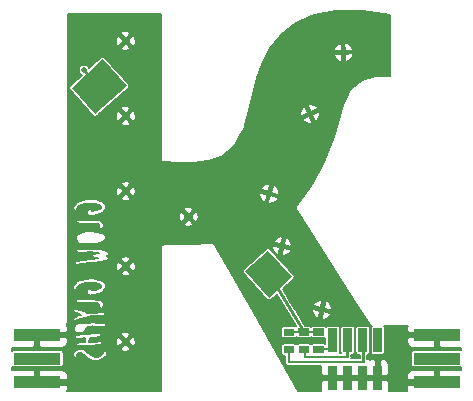
<source format=gbl>
G04 #@! TF.FileFunction,Copper,L2,Bot,Signal*
%FSLAX46Y46*%
G04 Gerber Fmt 4.6, Leading zero omitted, Abs format (unit mm)*
G04 Created by KiCad (PCBNEW 4.0.0-rc2-stable) date 3/3/2016 3:45:24 PM*
%MOMM*%
G01*
G04 APERTURE LIST*
%ADD10C,0.150000*%
%ADD11C,0.500000*%
%ADD12R,4.000000X1.000000*%
%ADD13C,0.600000*%
%ADD14C,0.254000*%
%ADD15C,0.152400*%
G04 APERTURE END LIST*
D10*
D11*
X74957340Y-22256295D03*
X72138580Y-27462114D03*
X68683679Y-34208209D03*
X61841817Y-36172622D03*
X69768352Y-38657328D03*
X73140952Y-44031082D03*
X56516643Y-21277876D03*
X56516643Y-27642567D03*
X56516643Y-34007254D03*
X56516643Y-40371947D03*
X56516643Y-46736636D03*
D12*
X82907290Y-50192207D03*
X82907290Y-48192207D03*
X82907290Y-46192207D03*
D13*
X81907290Y-50192207D03*
X81907290Y-48192207D03*
X81907290Y-46192207D03*
D12*
X49020840Y-46192207D03*
X49020840Y-48192207D03*
X49020840Y-50192207D03*
D13*
X50020840Y-46192207D03*
X50020840Y-48192207D03*
X50020840Y-50192207D03*
D10*
G36*
X68671608Y-43024696D02*
X66659718Y-40799319D01*
X68588378Y-39055682D01*
X70600268Y-41281059D01*
X68671608Y-43024696D01*
X68671608Y-43024696D01*
G37*
G36*
X53949235Y-27485658D02*
X51937345Y-25260281D01*
X54607797Y-22846014D01*
X56619687Y-25071391D01*
X53949235Y-27485658D01*
X53949235Y-27485658D01*
G37*
D11*
X53004319Y-23756430D03*
D10*
G36*
X73674782Y-50822597D02*
X73670850Y-48822601D01*
X74430848Y-48821107D01*
X74434780Y-50821103D01*
X73674782Y-50822597D01*
X73674782Y-50822597D01*
G37*
G36*
X74944780Y-50820100D02*
X74940848Y-48820104D01*
X75700846Y-48818610D01*
X75704778Y-50818606D01*
X74944780Y-50820100D01*
X74944780Y-50820100D01*
G37*
G36*
X76214777Y-50817604D02*
X76210845Y-48817608D01*
X76970843Y-48816114D01*
X76974775Y-50816110D01*
X76214777Y-50817604D01*
X76214777Y-50817604D01*
G37*
G36*
X77484775Y-50815107D02*
X77480843Y-48815111D01*
X78240841Y-48813617D01*
X78244773Y-50813613D01*
X77484775Y-50815107D01*
X77484775Y-50815107D01*
G37*
G36*
X73668491Y-47622603D02*
X73664559Y-45622607D01*
X74424557Y-45621113D01*
X74428489Y-47621109D01*
X73668491Y-47622603D01*
X73668491Y-47622603D01*
G37*
G36*
X74938489Y-47620106D02*
X74934557Y-45620110D01*
X75694555Y-45618616D01*
X75698487Y-47618612D01*
X74938489Y-47620106D01*
X74938489Y-47620106D01*
G37*
G36*
X76208486Y-47617610D02*
X76204554Y-45617614D01*
X76964552Y-45616120D01*
X76968484Y-47616116D01*
X76208486Y-47617610D01*
X76208486Y-47617610D01*
G37*
G36*
X77488484Y-47615093D02*
X77484552Y-45615097D01*
X78224550Y-45613643D01*
X78228482Y-47613639D01*
X77488484Y-47615093D01*
X77488484Y-47615093D01*
G37*
G36*
X72400741Y-46225093D02*
X72399561Y-45625094D01*
X73299559Y-45623325D01*
X73300739Y-46223324D01*
X72400741Y-46225093D01*
X72400741Y-46225093D01*
G37*
G36*
X72403690Y-47725090D02*
X72402510Y-47125091D01*
X73302508Y-47123322D01*
X73303688Y-47723321D01*
X72403690Y-47725090D01*
X72403690Y-47725090D01*
G37*
G36*
X71153693Y-47727547D02*
X71152513Y-47127548D01*
X72052511Y-47125779D01*
X72053691Y-47725778D01*
X71153693Y-47727547D01*
X71153693Y-47727547D01*
G37*
G36*
X71150744Y-46227550D02*
X71149564Y-45627551D01*
X72049562Y-45625782D01*
X72050742Y-46225781D01*
X71150744Y-46227550D01*
X71150744Y-46227550D01*
G37*
G36*
X69900746Y-46230007D02*
X69899566Y-45630008D01*
X70799564Y-45628239D01*
X70800744Y-46228238D01*
X69900746Y-46230007D01*
X69900746Y-46230007D01*
G37*
G36*
X69903695Y-47730004D02*
X69902515Y-47130005D01*
X70802513Y-47128236D01*
X70803693Y-47728235D01*
X69903695Y-47730004D01*
X69903695Y-47730004D01*
G37*
G36*
X73053197Y-47473812D02*
X73052804Y-47273813D01*
X73952803Y-47272044D01*
X73953196Y-47472043D01*
X73053197Y-47473812D01*
X73053197Y-47473812D01*
G37*
G36*
X71604478Y-48126662D02*
X71604085Y-47926662D01*
X75404078Y-47919192D01*
X75404471Y-48119192D01*
X71604478Y-48126662D01*
X71604478Y-48126662D01*
G37*
G36*
X70255365Y-48579315D02*
X70254972Y-48379315D01*
X76754959Y-48366537D01*
X76755352Y-48566537D01*
X70255365Y-48579315D01*
X70255365Y-48579315D01*
G37*
G36*
X71604281Y-48026662D02*
X71603495Y-47626663D01*
X71803495Y-47626270D01*
X71804281Y-48026269D01*
X71604281Y-48026662D01*
X71604281Y-48026662D01*
G37*
G36*
X75204274Y-48019585D02*
X75203488Y-47619586D01*
X75403488Y-47619193D01*
X75404274Y-48019192D01*
X75204274Y-48019585D01*
X75204274Y-48019585D01*
G37*
G36*
X76555058Y-48416930D02*
X76553485Y-47616931D01*
X76753484Y-47616538D01*
X76755057Y-48416537D01*
X76555058Y-48416930D01*
X76555058Y-48416930D01*
G37*
G36*
X70255071Y-48429315D02*
X70253498Y-47629316D01*
X70453497Y-47628923D01*
X70455070Y-48428922D01*
X70255071Y-48429315D01*
X70255071Y-48429315D01*
G37*
G36*
X70650352Y-46028534D02*
X70649958Y-45828534D01*
X72649954Y-45824602D01*
X72650348Y-46024602D01*
X70650352Y-46028534D01*
X70650352Y-46028534D01*
G37*
D14*
X54280000Y-25170000D02*
X53000000Y-23760000D01*
X54280000Y-25170000D02*
X53000000Y-23760000D01*
X54280000Y-25170000D02*
X53000000Y-23760000D01*
X54280000Y-25170000D02*
X53000000Y-23760000D01*
X54280000Y-25170000D02*
X53000000Y-23760000D01*
X54280000Y-25170000D02*
X53000000Y-23760000D01*
X54280000Y-25170000D02*
X53000000Y-23760000D01*
X54280000Y-25170000D02*
X53000000Y-23760000D01*
X54280000Y-25170000D02*
X53000000Y-23760000D01*
X68630000Y-41040000D02*
X71650000Y-45930000D01*
X68630000Y-41040000D02*
X71650000Y-45930000D01*
X68630000Y-41040000D02*
X71650000Y-45930000D01*
X68630000Y-41040000D02*
X71650000Y-45930000D01*
X68630000Y-41040000D02*
X71650000Y-45930000D01*
X68630000Y-41040000D02*
X71650000Y-45930000D01*
X68630000Y-41040000D02*
X71650000Y-45930000D01*
X68630000Y-41040000D02*
X71650000Y-45930000D01*
X68630000Y-41040000D02*
X71650000Y-45930000D01*
D15*
G36*
X78901400Y-19097322D02*
X78901400Y-24249247D01*
X77772043Y-24281514D01*
X77741230Y-24288563D01*
X77709675Y-24290422D01*
X76559675Y-24590422D01*
X76555898Y-24592254D01*
X76551713Y-24592625D01*
X76507116Y-24615910D01*
X76461865Y-24637854D01*
X76459075Y-24640993D01*
X76455352Y-24642937D01*
X75585352Y-25342938D01*
X75579319Y-25350146D01*
X75571293Y-25355042D01*
X75544622Y-25391598D01*
X75515580Y-25426295D01*
X75512764Y-25435264D01*
X75507223Y-25442859D01*
X74937223Y-26672860D01*
X74932263Y-26693339D01*
X74922533Y-26712030D01*
X74135960Y-29410274D01*
X73246716Y-31692667D01*
X72215630Y-33597721D01*
X70989277Y-35190002D01*
X70986584Y-35195438D01*
X70982189Y-35199624D01*
X70962541Y-35243974D01*
X70941023Y-35287410D01*
X70940615Y-35293462D01*
X70938157Y-35299011D01*
X70936977Y-35347486D01*
X70933718Y-35395868D01*
X70935659Y-35401619D01*
X70935511Y-35407683D01*
X70952966Y-35452908D01*
X70968475Y-35498866D01*
X70972469Y-35503436D01*
X70974653Y-35509096D01*
X75624653Y-42849096D01*
X75625443Y-42849925D01*
X75625865Y-42850993D01*
X77205865Y-45300993D01*
X77226510Y-45322321D01*
X77243000Y-45347000D01*
X77263947Y-45360997D01*
X77281470Y-45379099D01*
X77308703Y-45390902D01*
X77333384Y-45407393D01*
X77358096Y-45412308D01*
X77369690Y-45417333D01*
X77321705Y-45448345D01*
X77269659Y-45524839D01*
X77251474Y-45615555D01*
X77255406Y-47615551D01*
X77271513Y-47700233D01*
X77321732Y-47777939D01*
X77398226Y-47829986D01*
X77488942Y-47848171D01*
X78228940Y-47846717D01*
X78313623Y-47830610D01*
X78391329Y-47780391D01*
X78443375Y-47703897D01*
X78461560Y-47613181D01*
X78457628Y-45613185D01*
X78441521Y-45528503D01*
X78391302Y-45450797D01*
X78358679Y-45428600D01*
X80384146Y-45428600D01*
X80323090Y-45576002D01*
X80323090Y-45868357D01*
X80469140Y-46014407D01*
X81039370Y-46014407D01*
X81007878Y-46130540D01*
X81038672Y-46370007D01*
X80469140Y-46370007D01*
X80323090Y-46516057D01*
X80323090Y-46808412D01*
X80412029Y-47023130D01*
X80576368Y-47187468D01*
X80791086Y-47276407D01*
X82583440Y-47276407D01*
X82729490Y-47130357D01*
X82729490Y-46538605D01*
X82806702Y-46253874D01*
X82773336Y-45994407D01*
X83085090Y-45994407D01*
X83085090Y-46014407D01*
X83105090Y-46014407D01*
X83105090Y-46370007D01*
X83085090Y-46370007D01*
X83085090Y-47130357D01*
X83231140Y-47276407D01*
X84941400Y-47276407D01*
X84941400Y-47466036D01*
X84907290Y-47459129D01*
X80907290Y-47459129D01*
X80822576Y-47475069D01*
X80744772Y-47525135D01*
X80692575Y-47601527D01*
X80674212Y-47692207D01*
X80674212Y-48692207D01*
X80690152Y-48776921D01*
X80740218Y-48854725D01*
X80816610Y-48906922D01*
X80907290Y-48925285D01*
X84907290Y-48925285D01*
X84941400Y-48918867D01*
X84941400Y-49108007D01*
X83231140Y-49108007D01*
X83085090Y-49254057D01*
X83085090Y-50014407D01*
X83105090Y-50014407D01*
X83105090Y-50370007D01*
X83085090Y-50370007D01*
X83085090Y-50390007D01*
X82769786Y-50390007D01*
X82806702Y-50253874D01*
X82761837Y-49904990D01*
X82729490Y-49826897D01*
X82729490Y-49254057D01*
X82583440Y-49108007D01*
X80791086Y-49108007D01*
X80576368Y-49196946D01*
X80412029Y-49361284D01*
X80323090Y-49576002D01*
X80323090Y-49868357D01*
X80469140Y-50014407D01*
X81039370Y-50014407D01*
X81007878Y-50130540D01*
X81038672Y-50370007D01*
X80469140Y-50370007D01*
X80323090Y-50516057D01*
X80323090Y-50808412D01*
X80353323Y-50881400D01*
X78829107Y-50881400D01*
X78828744Y-50696260D01*
X78827643Y-50136316D01*
X78681306Y-49990553D01*
X78040957Y-49991812D01*
X78040996Y-50011812D01*
X77685397Y-50012511D01*
X77685358Y-49992511D01*
X77045009Y-49993770D01*
X76770959Y-49994309D01*
X76770998Y-50014309D01*
X76415399Y-50015008D01*
X76415360Y-49995008D01*
X76141312Y-49995547D01*
X76141311Y-49995546D01*
X75500962Y-49996805D01*
X75501001Y-50016805D01*
X75145402Y-50017504D01*
X75145363Y-49997504D01*
X74505014Y-49998763D01*
X74230964Y-49999302D01*
X74231003Y-50019302D01*
X73875404Y-50020001D01*
X73875365Y-50000001D01*
X73235016Y-50001260D01*
X73089254Y-50147597D01*
X73090354Y-50707541D01*
X73090696Y-50881400D01*
X71093221Y-50881400D01*
X67653027Y-44743781D01*
X67651898Y-44742460D01*
X67651339Y-44740811D01*
X65369518Y-40784376D01*
X66427120Y-40784376D01*
X66439631Y-40876047D01*
X66486823Y-40955628D01*
X68498713Y-43181005D01*
X68567348Y-43233155D01*
X68656665Y-43257294D01*
X68748336Y-43244783D01*
X68827917Y-43197591D01*
X69287787Y-42781838D01*
X70929750Y-45440512D01*
X70889822Y-45413346D01*
X70799106Y-45395161D01*
X69899108Y-45396930D01*
X69814425Y-45413037D01*
X69736719Y-45463256D01*
X69684673Y-45539750D01*
X69666488Y-45630466D01*
X69667668Y-46230465D01*
X69683775Y-46315148D01*
X69733994Y-46392854D01*
X69810488Y-46444900D01*
X69901204Y-46463085D01*
X70801202Y-46461316D01*
X70885885Y-46445209D01*
X70963591Y-46394990D01*
X70975576Y-46377375D01*
X70983992Y-46390397D01*
X71060486Y-46442443D01*
X71151202Y-46460628D01*
X72051200Y-46458859D01*
X72135883Y-46442752D01*
X72213589Y-46392533D01*
X72225574Y-46374919D01*
X72233989Y-46387940D01*
X72310483Y-46439986D01*
X72401199Y-46458171D01*
X73301197Y-46456402D01*
X73385880Y-46440295D01*
X73433028Y-46409825D01*
X73434063Y-46936527D01*
X73392766Y-46908429D01*
X73302050Y-46890244D01*
X72402052Y-46892013D01*
X72317369Y-46908120D01*
X72239663Y-46958339D01*
X72227678Y-46975953D01*
X72219263Y-46962932D01*
X72142769Y-46910886D01*
X72052053Y-46892701D01*
X71152055Y-46894470D01*
X71067372Y-46910577D01*
X70989666Y-46960796D01*
X70977681Y-46978411D01*
X70969265Y-46965389D01*
X70892771Y-46913343D01*
X70802055Y-46895158D01*
X69902057Y-46896927D01*
X69817374Y-46913034D01*
X69739668Y-46963253D01*
X69687622Y-47039747D01*
X69669437Y-47130463D01*
X69670617Y-47730462D01*
X69686724Y-47815145D01*
X69736943Y-47892851D01*
X69813437Y-47944897D01*
X69904153Y-47963082D01*
X70021075Y-47962852D01*
X70021895Y-48379770D01*
X70021894Y-48379773D01*
X70022287Y-48579773D01*
X70038394Y-48664456D01*
X70088613Y-48742162D01*
X70165107Y-48794208D01*
X70255823Y-48812393D01*
X73086618Y-48806828D01*
X73086879Y-48939954D01*
X73087980Y-49499898D01*
X73234317Y-49645661D01*
X73874666Y-49644402D01*
X73874627Y-49624402D01*
X74230226Y-49623703D01*
X74230265Y-49643703D01*
X74870614Y-49642444D01*
X75144664Y-49641905D01*
X75144625Y-49621905D01*
X75500224Y-49621206D01*
X75500263Y-49641206D01*
X75774311Y-49640667D01*
X75774312Y-49640668D01*
X76414661Y-49639409D01*
X76414622Y-49619409D01*
X76770221Y-49618710D01*
X76770260Y-49638710D01*
X77410609Y-49637451D01*
X77684659Y-49636912D01*
X77682181Y-48376564D01*
X77681480Y-48375865D01*
X78037780Y-48375865D01*
X78040258Y-49636213D01*
X78680607Y-49634954D01*
X78826369Y-49488617D01*
X78825269Y-48928673D01*
X78824812Y-48696265D01*
X78735451Y-48481722D01*
X78570790Y-48317706D01*
X78355898Y-48229190D01*
X78183543Y-48229528D01*
X78037780Y-48375865D01*
X77681480Y-48375865D01*
X77535844Y-48230802D01*
X77363490Y-48231141D01*
X77224807Y-48288904D01*
X77085900Y-48231687D01*
X76987773Y-48231879D01*
X76987014Y-47845757D01*
X77053625Y-47833087D01*
X77131331Y-47782868D01*
X77183377Y-47706374D01*
X77201562Y-47615658D01*
X77197630Y-45615662D01*
X77181523Y-45530979D01*
X77131304Y-45453273D01*
X77054810Y-45401227D01*
X76964094Y-45383042D01*
X76204096Y-45384536D01*
X76119413Y-45400643D01*
X76041707Y-45450862D01*
X75989661Y-45527356D01*
X75971476Y-45618072D01*
X75975408Y-47618068D01*
X75991515Y-47702751D01*
X76041734Y-47780457D01*
X76118228Y-47832503D01*
X76208944Y-47850688D01*
X76320865Y-47850468D01*
X76321423Y-48134310D01*
X75634156Y-48135661D01*
X75637549Y-48118734D01*
X75637156Y-47918734D01*
X75637155Y-47918731D01*
X75637024Y-47851812D01*
X75698945Y-47851690D01*
X75783628Y-47835583D01*
X75861334Y-47785364D01*
X75913380Y-47708870D01*
X75931565Y-47618154D01*
X75927633Y-45618158D01*
X75911526Y-45533475D01*
X75861307Y-45455769D01*
X75784813Y-45403723D01*
X75694097Y-45385538D01*
X74934099Y-45387032D01*
X74849416Y-45403139D01*
X74771710Y-45453358D01*
X74719664Y-45529852D01*
X74701479Y-45620568D01*
X74705411Y-47620564D01*
X74718135Y-47687462D01*
X74648147Y-47687599D01*
X74661567Y-47620651D01*
X74657635Y-45620655D01*
X74641528Y-45535972D01*
X74591309Y-45458266D01*
X74514815Y-45406220D01*
X74424099Y-45388035D01*
X73664101Y-45389529D01*
X73579418Y-45405636D01*
X73501712Y-45455855D01*
X73482024Y-45484791D01*
X73466311Y-45460478D01*
X73389817Y-45408432D01*
X73299101Y-45390247D01*
X72399103Y-45392016D01*
X72314420Y-45408123D01*
X72236714Y-45458342D01*
X72224729Y-45475956D01*
X72216314Y-45462935D01*
X72139820Y-45410889D01*
X72049104Y-45392704D01*
X71736502Y-45393318D01*
X70936999Y-44098758D01*
X72293105Y-44098758D01*
X72383542Y-44418064D01*
X72589288Y-44678455D01*
X72711336Y-44765149D01*
X72765293Y-44734812D01*
X73108170Y-44734812D01*
X73208628Y-44878929D01*
X73527934Y-44788492D01*
X73788325Y-44582746D01*
X73875019Y-44460698D01*
X73788923Y-44307567D01*
X73234924Y-44180813D01*
X73108170Y-44734812D01*
X72765293Y-44734812D01*
X72864467Y-44679053D01*
X72991221Y-44125054D01*
X72437222Y-43998300D01*
X72293105Y-44098758D01*
X70936999Y-44098758D01*
X70837168Y-43937110D01*
X73290683Y-43937110D01*
X73844682Y-44063864D01*
X73988799Y-43963406D01*
X73898362Y-43644100D01*
X73692616Y-43383709D01*
X73570568Y-43297015D01*
X73417437Y-43383111D01*
X73290683Y-43937110D01*
X70837168Y-43937110D01*
X70629878Y-43601466D01*
X72406885Y-43601466D01*
X72492981Y-43754597D01*
X73046980Y-43881351D01*
X73173734Y-43327352D01*
X73073276Y-43183235D01*
X72753970Y-43273672D01*
X72493579Y-43479418D01*
X72406885Y-43601466D01*
X70629878Y-43601466D01*
X69824190Y-42296894D01*
X70756577Y-41453954D01*
X70808727Y-41385319D01*
X70832866Y-41296002D01*
X70820355Y-41204331D01*
X70773163Y-41124750D01*
X68761273Y-38899373D01*
X68692638Y-38847223D01*
X68603321Y-38823084D01*
X68511650Y-38835595D01*
X68432069Y-38882787D01*
X66503409Y-40626424D01*
X66451259Y-40695059D01*
X66427120Y-40784376D01*
X65369518Y-40784376D01*
X64181803Y-38725004D01*
X68920505Y-38725004D01*
X69010942Y-39044310D01*
X69216688Y-39304701D01*
X69338736Y-39391395D01*
X69392693Y-39361058D01*
X69735570Y-39361058D01*
X69836028Y-39505175D01*
X70155334Y-39414738D01*
X70415725Y-39208992D01*
X70502419Y-39086944D01*
X70416323Y-38933813D01*
X69862324Y-38807059D01*
X69735570Y-39361058D01*
X69392693Y-39361058D01*
X69491867Y-39305299D01*
X69618621Y-38751300D01*
X69064622Y-38624546D01*
X68920505Y-38725004D01*
X64181803Y-38725004D01*
X64088575Y-38563356D01*
X69918083Y-38563356D01*
X70472082Y-38690110D01*
X70616199Y-38589652D01*
X70525762Y-38270346D01*
X70320016Y-38009955D01*
X70197968Y-37923261D01*
X70044837Y-38009357D01*
X69918083Y-38563356D01*
X64088575Y-38563356D01*
X64081339Y-38550811D01*
X64054020Y-38519630D01*
X64029768Y-38486025D01*
X64018463Y-38479047D01*
X64009703Y-38469049D01*
X63972529Y-38450696D01*
X63937265Y-38428930D01*
X63924148Y-38426809D01*
X63912231Y-38420926D01*
X63870867Y-38418196D01*
X63829953Y-38411581D01*
X61892989Y-38481471D01*
X59766076Y-38511428D01*
X59714817Y-38522376D01*
X59663384Y-38532607D01*
X59661723Y-38533717D01*
X59659770Y-38534134D01*
X59616596Y-38563870D01*
X59573000Y-38593000D01*
X59571890Y-38594661D01*
X59570245Y-38595794D01*
X59541728Y-38639802D01*
X59512607Y-38683384D01*
X59512217Y-38685342D01*
X59511131Y-38687019D01*
X59501630Y-38738570D01*
X59491400Y-38790000D01*
X59491400Y-50881400D01*
X51574807Y-50881400D01*
X51605040Y-50808412D01*
X51605040Y-50516057D01*
X51458990Y-50370007D01*
X50888760Y-50370007D01*
X50920252Y-50253874D01*
X50889458Y-50014407D01*
X51458990Y-50014407D01*
X51605040Y-49868357D01*
X51605040Y-49576002D01*
X51516101Y-49361284D01*
X51351762Y-49196946D01*
X51137044Y-49108007D01*
X49344690Y-49108007D01*
X49198640Y-49254057D01*
X49198640Y-49845809D01*
X49121428Y-50130540D01*
X49154794Y-50390007D01*
X48843040Y-50390007D01*
X48843040Y-50370007D01*
X48823040Y-50370007D01*
X48823040Y-50014407D01*
X48843040Y-50014407D01*
X48843040Y-49254057D01*
X48696990Y-49108007D01*
X46908600Y-49108007D01*
X46908600Y-48892191D01*
X46930160Y-48906922D01*
X47020840Y-48925285D01*
X51020840Y-48925285D01*
X51105554Y-48909345D01*
X51183358Y-48859279D01*
X51235555Y-48782887D01*
X51253918Y-48692207D01*
X51253918Y-47880000D01*
X52033800Y-47880000D01*
X52033800Y-47910000D01*
X52035280Y-47924944D01*
X52045280Y-47974944D01*
X52059994Y-48006965D01*
X52082994Y-48026611D01*
X52172994Y-48076611D01*
X52210000Y-48086200D01*
X52280000Y-48086200D01*
X52307695Y-48080989D01*
X52333132Y-48064621D01*
X52350197Y-48039646D01*
X52356200Y-48010000D01*
X52356200Y-47867201D01*
X52422414Y-47786274D01*
X52568368Y-47683247D01*
X52619328Y-47676877D01*
X52730733Y-47692792D01*
X53101704Y-47959131D01*
X53368229Y-48205913D01*
X53389983Y-48220039D01*
X53669983Y-48340039D01*
X53691097Y-48345678D01*
X53861097Y-48365678D01*
X53870000Y-48366200D01*
X54180000Y-48366200D01*
X54200546Y-48363378D01*
X54450546Y-48293378D01*
X54468765Y-48285603D01*
X54688765Y-48155603D01*
X54705318Y-48142406D01*
X54885318Y-47952406D01*
X54897092Y-47936126D01*
X54967092Y-47806126D01*
X54976200Y-47770000D01*
X54976200Y-47630000D01*
X54974720Y-47615056D01*
X54964720Y-47565056D01*
X54952612Y-47536570D01*
X54930783Y-47515632D01*
X54902527Y-47504837D01*
X54842527Y-47494837D01*
X54830000Y-47493800D01*
X54760000Y-47493800D01*
X54717397Y-47506822D01*
X54696174Y-47528374D01*
X54552751Y-47748289D01*
X54311339Y-47943275D01*
X54155705Y-48003800D01*
X53934466Y-48003800D01*
X53785744Y-47986303D01*
X53305539Y-47688577D01*
X52980301Y-47402761D01*
X52943242Y-47384959D01*
X52773242Y-47354959D01*
X52760000Y-47353800D01*
X52550000Y-47353800D01*
X52524827Y-47358078D01*
X52324827Y-47428078D01*
X52296118Y-47446118D01*
X52076118Y-47666118D01*
X52064023Y-47681876D01*
X52054388Y-47710549D01*
X52034388Y-47870549D01*
X52033800Y-47880000D01*
X51253918Y-47880000D01*
X51253918Y-47692207D01*
X51237978Y-47607493D01*
X51187912Y-47529689D01*
X51111520Y-47477492D01*
X51020840Y-47459129D01*
X47020840Y-47459129D01*
X46936126Y-47475069D01*
X46908600Y-47492782D01*
X46908600Y-47315272D01*
X56114784Y-47315272D01*
X56123262Y-47490742D01*
X56441790Y-47583880D01*
X56771714Y-47548032D01*
X56910024Y-47490742D01*
X56918502Y-47315272D01*
X56516643Y-46913413D01*
X56114784Y-47315272D01*
X46908600Y-47315272D01*
X46908600Y-47276407D01*
X48696990Y-47276407D01*
X48843040Y-47130357D01*
X48843040Y-46370007D01*
X48823040Y-46370007D01*
X48823040Y-46014407D01*
X48843040Y-46014407D01*
X48843040Y-45994407D01*
X49158344Y-45994407D01*
X49121428Y-46130540D01*
X49166293Y-46479424D01*
X49198640Y-46557517D01*
X49198640Y-47130357D01*
X49344690Y-47276407D01*
X51137044Y-47276407D01*
X51351762Y-47187468D01*
X51516101Y-47023130D01*
X51605040Y-46808412D01*
X51605040Y-46516057D01*
X51458990Y-46370007D01*
X50888760Y-46370007D01*
X50896897Y-46340000D01*
X52203800Y-46340000D01*
X52203800Y-46370000D01*
X52214662Y-46409209D01*
X52235064Y-46431540D01*
X52262547Y-46444174D01*
X52432547Y-46484174D01*
X52450000Y-46486200D01*
X52830000Y-46486200D01*
X52838652Y-46485707D01*
X53103800Y-46455404D01*
X53103800Y-46506828D01*
X53094822Y-46614568D01*
X53054826Y-46734556D01*
X53041995Y-46744820D01*
X52807071Y-46753856D01*
X52800144Y-46754440D01*
X52340144Y-46814440D01*
X52322305Y-46819011D01*
X52296868Y-46835379D01*
X52279803Y-46860354D01*
X52273800Y-46890000D01*
X52273800Y-47030000D01*
X52279732Y-47059476D01*
X52296736Y-47084492D01*
X52322132Y-47100921D01*
X52351920Y-47106176D01*
X53541436Y-47076188D01*
X54310528Y-47066200D01*
X54420000Y-47066200D01*
X54434944Y-47064720D01*
X54484944Y-47054720D01*
X54513430Y-47042612D01*
X54534368Y-47020783D01*
X54545163Y-46992527D01*
X54555163Y-46932527D01*
X54556200Y-46920000D01*
X54556200Y-46860000D01*
X54555163Y-46847473D01*
X54545163Y-46787473D01*
X54533980Y-46758612D01*
X54512837Y-46736981D01*
X54484944Y-46725280D01*
X54434944Y-46715280D01*
X54417461Y-46713842D01*
X53817915Y-46733827D01*
X53436551Y-46741941D01*
X53446570Y-46661783D01*
X55669399Y-46661783D01*
X55705247Y-46991707D01*
X55762537Y-47130017D01*
X55938007Y-47138495D01*
X56339866Y-46736636D01*
X56693420Y-46736636D01*
X57095279Y-47138495D01*
X57270749Y-47130017D01*
X57363887Y-46811489D01*
X57328039Y-46481565D01*
X57270749Y-46343255D01*
X57095279Y-46334777D01*
X56693420Y-46736636D01*
X56339866Y-46736636D01*
X55938007Y-46334777D01*
X55762537Y-46343255D01*
X55669399Y-46661783D01*
X53446570Y-46661783D01*
X53455612Y-46589451D01*
X53456200Y-46580000D01*
X53456200Y-46442959D01*
X53843310Y-46426128D01*
X53850565Y-46425464D01*
X54350565Y-46355464D01*
X54376295Y-46347001D01*
X54399502Y-46327602D01*
X54439502Y-46277602D01*
X54450197Y-46259646D01*
X54456200Y-46230000D01*
X54456200Y-46170000D01*
X54455207Y-46158000D01*
X56114784Y-46158000D01*
X56516643Y-46559859D01*
X56918502Y-46158000D01*
X56910024Y-45982530D01*
X56591496Y-45889392D01*
X56261572Y-45925240D01*
X56123262Y-45982530D01*
X56114784Y-46158000D01*
X54455207Y-46158000D01*
X54455163Y-46157473D01*
X54445163Y-46097473D01*
X54430154Y-46063225D01*
X54407217Y-46043507D01*
X54378415Y-46034266D01*
X54288415Y-46024266D01*
X54275041Y-46023962D01*
X52895041Y-46113962D01*
X52889761Y-46114491D01*
X52299761Y-46194491D01*
X52282680Y-46198866D01*
X52257157Y-46215099D01*
X52239961Y-46239983D01*
X52209961Y-46309983D01*
X52203800Y-46340000D01*
X50896897Y-46340000D01*
X50920252Y-46253874D01*
X50889458Y-46014407D01*
X51458990Y-46014407D01*
X51605040Y-45868357D01*
X51605040Y-45641585D01*
X52094266Y-45641585D01*
X52094837Y-45662527D01*
X52104837Y-45722527D01*
X52113104Y-45746489D01*
X52173104Y-45856489D01*
X52203278Y-45886768D01*
X52403278Y-45996768D01*
X52429704Y-46005501D01*
X52649704Y-46035501D01*
X52670071Y-46035532D01*
X52820071Y-46015532D01*
X52837337Y-46011128D01*
X52862855Y-45994888D01*
X53132855Y-45734888D01*
X53147002Y-45716293D01*
X53257187Y-45512875D01*
X53615699Y-45485987D01*
X53644078Y-45478155D01*
X53699880Y-45450254D01*
X53853470Y-45484385D01*
X53870000Y-45486200D01*
X54690000Y-45486200D01*
X54702527Y-45485163D01*
X54762527Y-45475163D01*
X54793430Y-45462612D01*
X54814368Y-45440783D01*
X54825163Y-45412527D01*
X54835163Y-45352527D01*
X54836200Y-45340000D01*
X54836200Y-45240000D01*
X54832453Y-45216400D01*
X54817563Y-45190071D01*
X54793602Y-45171609D01*
X54764347Y-45163924D01*
X54066548Y-45124050D01*
X53808734Y-45094302D01*
X53769983Y-45099961D01*
X53739166Y-45113168D01*
X53734556Y-45108184D01*
X53706996Y-45095720D01*
X53676758Y-45094959D01*
X53513326Y-45123800D01*
X52950000Y-45123800D01*
X52935056Y-45125280D01*
X52885056Y-45135280D01*
X52846868Y-45155379D01*
X52840088Y-45165302D01*
X52826558Y-45149677D01*
X52799421Y-45136316D01*
X52769224Y-45134566D01*
X52489224Y-45174566D01*
X52457732Y-45186598D01*
X52217732Y-45346598D01*
X52192765Y-45374141D01*
X52112765Y-45524141D01*
X52104266Y-45551585D01*
X52099709Y-45592590D01*
X52094266Y-45641585D01*
X51605040Y-45641585D01*
X51605040Y-45576002D01*
X51516101Y-45361284D01*
X51511904Y-45357087D01*
X51527000Y-45347000D01*
X51587393Y-45256616D01*
X51608600Y-45150000D01*
X51608600Y-44842527D01*
X52034837Y-44842527D01*
X52044837Y-44902527D01*
X52059994Y-44936965D01*
X52082994Y-44956611D01*
X52172994Y-45006611D01*
X52208824Y-45016191D01*
X52238559Y-45010646D01*
X52705570Y-44821854D01*
X53373111Y-44615702D01*
X53592684Y-44606155D01*
X54312116Y-44586171D01*
X54319941Y-44585549D01*
X54699941Y-44535549D01*
X54717695Y-44530989D01*
X54743132Y-44514621D01*
X54760197Y-44489646D01*
X54766200Y-44460000D01*
X54766200Y-44350000D01*
X54760039Y-44319983D01*
X54730039Y-44249983D01*
X54709423Y-44222002D01*
X54682964Y-44207343D01*
X54652887Y-44204133D01*
X53694640Y-44293969D01*
X53310047Y-44312283D01*
X53283882Y-44286118D01*
X53253274Y-44267441D01*
X52723274Y-44097441D01*
X52719540Y-44096348D01*
X52229540Y-43966348D01*
X52210000Y-43963800D01*
X52140000Y-43963800D01*
X52112305Y-43969011D01*
X52086868Y-43985379D01*
X52069803Y-44010354D01*
X52063800Y-44040000D01*
X52063800Y-44110000D01*
X52074659Y-44149205D01*
X52104659Y-44199205D01*
X52116404Y-44214166D01*
X52141700Y-44230750D01*
X52541700Y-44390750D01*
X52549606Y-44393420D01*
X52742016Y-44446867D01*
X52544119Y-44518330D01*
X52537961Y-44520863D01*
X52127961Y-44710863D01*
X52106118Y-44726118D01*
X52056118Y-44776118D01*
X52035885Y-44812298D01*
X52034837Y-44842527D01*
X51608600Y-44842527D01*
X51608600Y-43280000D01*
X52303800Y-43280000D01*
X52303800Y-43320000D01*
X52314659Y-43359205D01*
X52344659Y-43409205D01*
X52369555Y-43434580D01*
X52397866Y-43445228D01*
X52707866Y-43495228D01*
X52720000Y-43496200D01*
X53995662Y-43496200D01*
X54273800Y-43527987D01*
X54273800Y-43553695D01*
X54234837Y-43787473D01*
X54235393Y-43815501D01*
X54247302Y-43843306D01*
X54269090Y-43864287D01*
X54379090Y-43934287D01*
X54398937Y-43943231D01*
X54429087Y-43945656D01*
X54457806Y-43936160D01*
X54527806Y-43896160D01*
X54558155Y-43864078D01*
X54658155Y-43664078D01*
X54665734Y-43621585D01*
X54645734Y-43441585D01*
X54639799Y-43419430D01*
X54622406Y-43394682D01*
X54432406Y-43214682D01*
X54417645Y-43203748D01*
X54388903Y-43194322D01*
X54218903Y-43174322D01*
X54215303Y-43173985D01*
X53785303Y-43143985D01*
X53781524Y-43143815D01*
X53281524Y-43133815D01*
X53280000Y-43133800D01*
X52450000Y-43133800D01*
X52425903Y-43137710D01*
X52365903Y-43157710D01*
X52348612Y-43166020D01*
X52326981Y-43187163D01*
X52315280Y-43215056D01*
X52305280Y-43265056D01*
X52303800Y-43280000D01*
X51608600Y-43280000D01*
X51608600Y-42220549D01*
X52064388Y-42220549D01*
X52069250Y-42258300D01*
X52089250Y-42308300D01*
X52114280Y-42340960D01*
X52194280Y-42400960D01*
X52227225Y-42415122D01*
X52257458Y-42414173D01*
X52284940Y-42401537D01*
X52305341Y-42379205D01*
X52506993Y-42043119D01*
X52684229Y-41919053D01*
X53163130Y-41765805D01*
X53451279Y-41756200D01*
X53585889Y-41756200D01*
X53945616Y-41795089D01*
X54287206Y-41889976D01*
X54393114Y-41963296D01*
X54403800Y-41981107D01*
X54403800Y-42132087D01*
X54325026Y-42225184D01*
X53965469Y-42354256D01*
X53688679Y-42363800D01*
X53653228Y-42363800D01*
X53545839Y-42248150D01*
X53519646Y-42229803D01*
X53490000Y-42223800D01*
X53450000Y-42223800D01*
X53421700Y-42229250D01*
X53371700Y-42249250D01*
X53356186Y-42257656D01*
X53335383Y-42279614D01*
X53285383Y-42359614D01*
X53273800Y-42400000D01*
X53273800Y-42660000D01*
X53275492Y-42675968D01*
X53287575Y-42703698D01*
X53357575Y-42803698D01*
X53372210Y-42819351D01*
X53399066Y-42833268D01*
X53469066Y-42853268D01*
X53484073Y-42855969D01*
X53514097Y-42852290D01*
X53718333Y-42784211D01*
X54322327Y-42685196D01*
X54342761Y-42678798D01*
X54552761Y-42578798D01*
X54580708Y-42556054D01*
X54800708Y-42266054D01*
X54815822Y-42227582D01*
X54835822Y-42027582D01*
X54835887Y-42013101D01*
X54825887Y-41903101D01*
X54811345Y-41864798D01*
X54671345Y-41674798D01*
X54643128Y-41651378D01*
X54353128Y-41511378D01*
X54339306Y-41506286D01*
X53919306Y-41396286D01*
X53908118Y-41394234D01*
X53628118Y-41364234D01*
X53620000Y-41363800D01*
X53590000Y-41363800D01*
X53581348Y-41364293D01*
X53231348Y-41404293D01*
X53222165Y-41405917D01*
X52682165Y-41535917D01*
X52664433Y-41542610D01*
X52304433Y-41732610D01*
X52276598Y-41757732D01*
X52096598Y-42027732D01*
X52084388Y-42060549D01*
X52064388Y-42220549D01*
X51608600Y-42220549D01*
X51608600Y-40950583D01*
X56114784Y-40950583D01*
X56123262Y-41126053D01*
X56441790Y-41219191D01*
X56771714Y-41183343D01*
X56910024Y-41126053D01*
X56918502Y-40950583D01*
X56516643Y-40548724D01*
X56114784Y-40950583D01*
X51608600Y-40950583D01*
X51608600Y-40297094D01*
X55669399Y-40297094D01*
X55705247Y-40627018D01*
X55762537Y-40765328D01*
X55938007Y-40773806D01*
X56339866Y-40371947D01*
X56693420Y-40371947D01*
X57095279Y-40773806D01*
X57270749Y-40765328D01*
X57363887Y-40446800D01*
X57328039Y-40116876D01*
X57270749Y-39978566D01*
X57095279Y-39970088D01*
X56693420Y-40371947D01*
X56339866Y-40371947D01*
X55938007Y-39970088D01*
X55762537Y-39978566D01*
X55669399Y-40297094D01*
X51608600Y-40297094D01*
X51608600Y-40010000D01*
X52163800Y-40010000D01*
X52163800Y-40080000D01*
X52169250Y-40108300D01*
X52189250Y-40158300D01*
X52217163Y-40193019D01*
X52245056Y-40204720D01*
X52295056Y-40214720D01*
X52316843Y-40215892D01*
X53536843Y-40105892D01*
X53540483Y-40105476D01*
X54620483Y-39955476D01*
X54627953Y-39954055D01*
X54957953Y-39874055D01*
X54993882Y-39853882D01*
X55023882Y-39823882D01*
X55041622Y-39793311D01*
X56114784Y-39793311D01*
X56516643Y-40195170D01*
X56918502Y-39793311D01*
X56910024Y-39617841D01*
X56591496Y-39524703D01*
X56261572Y-39560551D01*
X56123262Y-39617841D01*
X56114784Y-39793311D01*
X55041622Y-39793311D01*
X55043515Y-39790050D01*
X55073515Y-39680050D01*
X55076200Y-39660000D01*
X55076200Y-39630000D01*
X55068192Y-39595996D01*
X55049590Y-39572145D01*
X54932226Y-39471548D01*
X55015629Y-39441761D01*
X55031388Y-39433980D01*
X55053019Y-39412837D01*
X55064720Y-39384944D01*
X55074720Y-39334944D01*
X55076200Y-39320000D01*
X55076200Y-39250000D01*
X55074720Y-39235056D01*
X55064720Y-39185056D01*
X55052897Y-39156984D01*
X55031206Y-39135902D01*
X54891206Y-39045902D01*
X54866187Y-39035539D01*
X54406187Y-38935539D01*
X54395844Y-38934024D01*
X53875844Y-38894024D01*
X53870000Y-38893800D01*
X52730000Y-38893800D01*
X52721348Y-38894293D01*
X52371348Y-38934293D01*
X52352305Y-38939011D01*
X52326868Y-38955379D01*
X52309803Y-38980354D01*
X52303800Y-39010000D01*
X52303800Y-39110000D01*
X52306795Y-39131155D01*
X52320793Y-39157969D01*
X52344120Y-39177224D01*
X52373101Y-39185887D01*
X52468783Y-39194585D01*
X52515922Y-39218155D01*
X52554227Y-39226083D01*
X53093170Y-39196142D01*
X53451072Y-39186200D01*
X53518223Y-39186200D01*
X53943959Y-39206002D01*
X54264046Y-39242068D01*
X54242601Y-39244160D01*
X54235056Y-39245280D01*
X53785056Y-39335280D01*
X53763705Y-39342999D01*
X53740498Y-39362398D01*
X53700498Y-39412398D01*
X53689803Y-39430354D01*
X53683800Y-39460000D01*
X53683800Y-39490000D01*
X53689250Y-39518300D01*
X53709250Y-39568300D01*
X53725636Y-39593394D01*
X53750692Y-39610338D01*
X53870692Y-39660338D01*
X53900000Y-39666200D01*
X53940000Y-39666200D01*
X53974078Y-39658155D01*
X54012712Y-39638838D01*
X54205403Y-39666764D01*
X53563223Y-39724102D01*
X53560701Y-39724370D01*
X52340701Y-39874370D01*
X52313511Y-39883104D01*
X52203511Y-39943104D01*
X52186868Y-39955379D01*
X52169803Y-39980354D01*
X52163800Y-40010000D01*
X51608600Y-40010000D01*
X51608600Y-37830000D01*
X52303800Y-37830000D01*
X52303800Y-38070000D01*
X52307269Y-38092729D01*
X52357269Y-38252729D01*
X52382055Y-38289226D01*
X52592055Y-38459226D01*
X52630549Y-38475612D01*
X52790549Y-38495612D01*
X52800000Y-38496200D01*
X53350000Y-38496200D01*
X53352720Y-38496151D01*
X53632720Y-38486151D01*
X53638061Y-38485772D01*
X54108061Y-38435772D01*
X54120394Y-38433420D01*
X54480394Y-38333420D01*
X54503515Y-38322553D01*
X54639848Y-38227712D01*
X69034285Y-38227712D01*
X69120381Y-38380843D01*
X69674380Y-38507597D01*
X69801134Y-37953598D01*
X69700676Y-37809481D01*
X69381370Y-37899918D01*
X69120979Y-38105664D01*
X69034285Y-38227712D01*
X54639848Y-38227712D01*
X54733515Y-38162553D01*
X54752425Y-38143698D01*
X54822425Y-38043698D01*
X54830197Y-38029646D01*
X54836200Y-38000000D01*
X54836200Y-37900000D01*
X54835612Y-37890549D01*
X54825612Y-37810549D01*
X54810398Y-37773540D01*
X54710398Y-37643540D01*
X54684078Y-37621845D01*
X54584078Y-37571845D01*
X54552105Y-37563829D01*
X54522305Y-37569011D01*
X54503880Y-37580867D01*
X54496966Y-37553641D01*
X54477544Y-37530452D01*
X54450631Y-37516646D01*
X54130631Y-37426646D01*
X54117735Y-37424194D01*
X53627735Y-37374194D01*
X53616690Y-37373872D01*
X53156690Y-37393872D01*
X53140460Y-37396348D01*
X52650460Y-37526348D01*
X52629090Y-37535713D01*
X52409090Y-37675713D01*
X52389851Y-37693218D01*
X52319851Y-37783218D01*
X52309803Y-37800354D01*
X52303800Y-37830000D01*
X51608600Y-37830000D01*
X51608600Y-36570000D01*
X52303800Y-36570000D01*
X52303800Y-36600000D01*
X52314659Y-36639205D01*
X52344659Y-36689205D01*
X52369555Y-36714580D01*
X52397866Y-36725228D01*
X52707866Y-36775228D01*
X52717280Y-36776151D01*
X52997280Y-36786151D01*
X53000000Y-36786200D01*
X53996735Y-36786200D01*
X54273800Y-36809948D01*
X54273800Y-36843695D01*
X54234837Y-37077473D01*
X54235393Y-37105501D01*
X54247302Y-37133306D01*
X54269090Y-37154287D01*
X54379090Y-37224287D01*
X54406436Y-37234983D01*
X54436677Y-37234353D01*
X54464290Y-37222006D01*
X54534290Y-37172006D01*
X54558155Y-37144078D01*
X54658155Y-36944078D01*
X54665678Y-36901097D01*
X54648050Y-36751258D01*
X61439958Y-36751258D01*
X61448436Y-36926728D01*
X61766964Y-37019866D01*
X62096888Y-36984018D01*
X62235198Y-36926728D01*
X62243676Y-36751258D01*
X61841817Y-36349399D01*
X61439958Y-36751258D01*
X54648050Y-36751258D01*
X54645678Y-36731097D01*
X54640599Y-36711327D01*
X54623882Y-36686118D01*
X54433882Y-36496118D01*
X54413717Y-36481665D01*
X54384475Y-36473931D01*
X54214819Y-36463951D01*
X53785303Y-36433985D01*
X53781524Y-36433815D01*
X53281524Y-36423815D01*
X53280000Y-36423800D01*
X52450000Y-36423800D01*
X52425903Y-36427710D01*
X52365903Y-36447710D01*
X52348612Y-36456020D01*
X52326981Y-36477163D01*
X52315280Y-36505056D01*
X52305280Y-36555056D01*
X52303800Y-36570000D01*
X51608600Y-36570000D01*
X51608600Y-35510549D01*
X52064388Y-35510549D01*
X52069250Y-35548300D01*
X52089250Y-35598300D01*
X52097656Y-35613814D01*
X52119614Y-35634617D01*
X52199614Y-35684617D01*
X52226259Y-35694951D01*
X52256502Y-35694392D01*
X52284144Y-35682111D01*
X52304831Y-35660043D01*
X52507255Y-35332309D01*
X52684878Y-35199091D01*
X53162421Y-35055829D01*
X53451279Y-35046200D01*
X53585889Y-35046200D01*
X53945616Y-35085089D01*
X54289233Y-35180539D01*
X54394226Y-35245149D01*
X54403800Y-35261107D01*
X54403800Y-35422087D01*
X54325633Y-35514467D01*
X53965090Y-35634648D01*
X53687382Y-35653800D01*
X53653228Y-35653800D01*
X53545839Y-35538150D01*
X53519646Y-35519803D01*
X53490000Y-35513800D01*
X53450000Y-35513800D01*
X53435056Y-35515280D01*
X53385056Y-35525280D01*
X53353035Y-35539994D01*
X53333389Y-35562994D01*
X53283389Y-35652994D01*
X53273800Y-35690000D01*
X53273800Y-35940000D01*
X53285713Y-35980910D01*
X53355713Y-36090910D01*
X53372210Y-36109351D01*
X53399066Y-36123268D01*
X53469066Y-36143268D01*
X53484073Y-36145969D01*
X53514097Y-36142290D01*
X53647659Y-36097769D01*
X60994573Y-36097769D01*
X61030421Y-36427693D01*
X61087711Y-36566003D01*
X61263181Y-36574481D01*
X61665040Y-36172622D01*
X62018594Y-36172622D01*
X62420453Y-36574481D01*
X62595923Y-36566003D01*
X62689061Y-36247475D01*
X62653213Y-35917551D01*
X62595923Y-35779241D01*
X62420453Y-35770763D01*
X62018594Y-36172622D01*
X61665040Y-36172622D01*
X61263181Y-35770763D01*
X61087711Y-35779241D01*
X60994573Y-36097769D01*
X53647659Y-36097769D01*
X53718333Y-36074211D01*
X54322327Y-35975196D01*
X54342761Y-35968798D01*
X54552761Y-35868798D01*
X54580708Y-35846054D01*
X54771932Y-35593986D01*
X61439958Y-35593986D01*
X61841817Y-35995845D01*
X62243676Y-35593986D01*
X62235198Y-35418516D01*
X61916670Y-35325378D01*
X61586746Y-35361226D01*
X61448436Y-35418516D01*
X61439958Y-35593986D01*
X54771932Y-35593986D01*
X54800708Y-35556054D01*
X54815822Y-35517582D01*
X54835822Y-35317582D01*
X54835887Y-35303101D01*
X54825887Y-35193101D01*
X54811345Y-35154798D01*
X54671345Y-34964798D01*
X54645008Y-34942318D01*
X54355008Y-34792318D01*
X54337649Y-34785872D01*
X53917649Y-34685872D01*
X53908118Y-34684234D01*
X53628118Y-34654234D01*
X53620000Y-34653800D01*
X53590000Y-34653800D01*
X53583492Y-34654078D01*
X53233492Y-34684078D01*
X53222165Y-34685917D01*
X52682165Y-34815917D01*
X52662994Y-34823389D01*
X52302994Y-35023389D01*
X52276598Y-35047732D01*
X52096598Y-35317732D01*
X52084388Y-35350549D01*
X52064388Y-35510549D01*
X51608600Y-35510549D01*
X51608600Y-34585890D01*
X56114784Y-34585890D01*
X56123262Y-34761360D01*
X56441790Y-34854498D01*
X56771714Y-34818650D01*
X56910024Y-34761360D01*
X56918502Y-34585890D01*
X56516643Y-34184031D01*
X56114784Y-34585890D01*
X51608600Y-34585890D01*
X51608600Y-33932401D01*
X55669399Y-33932401D01*
X55705247Y-34262325D01*
X55762537Y-34400635D01*
X55938007Y-34409113D01*
X56339866Y-34007254D01*
X56693420Y-34007254D01*
X57095279Y-34409113D01*
X57270749Y-34400635D01*
X57323789Y-34219238D01*
X67833207Y-34219238D01*
X67902165Y-34543860D01*
X68090103Y-34817383D01*
X68206103Y-34912017D01*
X68214115Y-34908191D01*
X68604076Y-34908191D01*
X68694708Y-35058681D01*
X69019330Y-34989723D01*
X69292853Y-34801785D01*
X69387487Y-34685785D01*
X69311786Y-34527257D01*
X68767465Y-34363869D01*
X68604076Y-34908191D01*
X68214115Y-34908191D01*
X68364631Y-34836316D01*
X68528019Y-34291995D01*
X67983697Y-34128606D01*
X67833207Y-34219238D01*
X57323789Y-34219238D01*
X57351513Y-34124423D01*
X68839339Y-34124423D01*
X69383661Y-34287812D01*
X69534151Y-34197180D01*
X69465193Y-33872558D01*
X69277255Y-33599035D01*
X69161255Y-33504401D01*
X69002727Y-33580102D01*
X68839339Y-34124423D01*
X57351513Y-34124423D01*
X57363887Y-34082107D01*
X57328039Y-33752183D01*
X57319113Y-33730633D01*
X67979871Y-33730633D01*
X68055572Y-33889161D01*
X68599893Y-34052549D01*
X68763282Y-33508227D01*
X68672650Y-33357737D01*
X68348028Y-33426695D01*
X68074505Y-33614633D01*
X67979871Y-33730633D01*
X57319113Y-33730633D01*
X57270749Y-33613873D01*
X57095279Y-33605395D01*
X56693420Y-34007254D01*
X56339866Y-34007254D01*
X55938007Y-33605395D01*
X55762537Y-33613873D01*
X55669399Y-33932401D01*
X51608600Y-33932401D01*
X51608600Y-33428618D01*
X56114784Y-33428618D01*
X56516643Y-33830477D01*
X56918502Y-33428618D01*
X56910024Y-33253148D01*
X56591496Y-33160010D01*
X56261572Y-33195858D01*
X56123262Y-33253148D01*
X56114784Y-33428618D01*
X51608600Y-33428618D01*
X51608600Y-28221203D01*
X56114784Y-28221203D01*
X56123262Y-28396673D01*
X56441790Y-28489811D01*
X56771714Y-28453963D01*
X56910024Y-28396673D01*
X56918502Y-28221203D01*
X56516643Y-27819344D01*
X56114784Y-28221203D01*
X51608600Y-28221203D01*
X51608600Y-25245338D01*
X51704747Y-25245338D01*
X51717258Y-25337009D01*
X51764450Y-25416590D01*
X53776340Y-27641967D01*
X53844975Y-27694117D01*
X53934292Y-27718256D01*
X54025963Y-27705745D01*
X54105544Y-27658553D01*
X54206022Y-27567714D01*
X55669399Y-27567714D01*
X55705247Y-27897638D01*
X55762537Y-28035948D01*
X55938007Y-28044426D01*
X56339866Y-27642567D01*
X56693420Y-27642567D01*
X57095279Y-28044426D01*
X57270749Y-28035948D01*
X57363887Y-27717420D01*
X57328039Y-27387496D01*
X57270749Y-27249186D01*
X57095279Y-27240708D01*
X56693420Y-27642567D01*
X56339866Y-27642567D01*
X55938007Y-27240708D01*
X55762537Y-27249186D01*
X55669399Y-27567714D01*
X54206022Y-27567714D01*
X54763262Y-27063931D01*
X56114784Y-27063931D01*
X56516643Y-27465790D01*
X56918502Y-27063931D01*
X56910024Y-26888461D01*
X56591496Y-26795323D01*
X56261572Y-26831171D01*
X56123262Y-26888461D01*
X56114784Y-27063931D01*
X54763262Y-27063931D01*
X56775996Y-25244286D01*
X56828146Y-25175651D01*
X56852285Y-25086334D01*
X56839774Y-24994663D01*
X56792582Y-24915082D01*
X54780692Y-22689705D01*
X54712057Y-22637555D01*
X54622740Y-22613416D01*
X54531069Y-22625927D01*
X54451488Y-22673119D01*
X53449024Y-23579414D01*
X53410293Y-23485679D01*
X53275778Y-23350930D01*
X53099936Y-23277914D01*
X52909537Y-23277747D01*
X52733568Y-23350456D01*
X52598819Y-23484971D01*
X52525803Y-23660813D01*
X52525636Y-23851212D01*
X52598345Y-24027181D01*
X52732860Y-24161930D01*
X52782086Y-24182370D01*
X51781036Y-25087386D01*
X51728886Y-25156021D01*
X51704747Y-25245338D01*
X51608600Y-25245338D01*
X51608600Y-21856512D01*
X56114784Y-21856512D01*
X56123262Y-22031982D01*
X56441790Y-22125120D01*
X56771714Y-22089272D01*
X56910024Y-22031982D01*
X56918502Y-21856512D01*
X56516643Y-21454653D01*
X56114784Y-21856512D01*
X51608600Y-21856512D01*
X51608600Y-21203023D01*
X55669399Y-21203023D01*
X55705247Y-21532947D01*
X55762537Y-21671257D01*
X55938007Y-21679735D01*
X56339866Y-21277876D01*
X56693420Y-21277876D01*
X57095279Y-21679735D01*
X57270749Y-21671257D01*
X57363887Y-21352729D01*
X57328039Y-21022805D01*
X57270749Y-20884495D01*
X57095279Y-20876017D01*
X56693420Y-21277876D01*
X56339866Y-21277876D01*
X55938007Y-20876017D01*
X55762537Y-20884495D01*
X55669399Y-21203023D01*
X51608600Y-21203023D01*
X51608600Y-20699240D01*
X56114784Y-20699240D01*
X56516643Y-21101099D01*
X56918502Y-20699240D01*
X56910024Y-20523770D01*
X56591496Y-20430632D01*
X56261572Y-20466480D01*
X56123262Y-20523770D01*
X56114784Y-20699240D01*
X51608600Y-20699240D01*
X51608600Y-18998600D01*
X59491400Y-18998600D01*
X59491400Y-31280000D01*
X59501539Y-31330972D01*
X59510792Y-31382124D01*
X59512126Y-31384198D01*
X59512607Y-31386616D01*
X59541479Y-31429826D01*
X59569604Y-31473545D01*
X59571631Y-31474951D01*
X59573000Y-31477000D01*
X59616204Y-31505868D01*
X59658924Y-31535500D01*
X59661334Y-31536023D01*
X59663384Y-31537393D01*
X59714364Y-31547533D01*
X59765156Y-31558558D01*
X60915156Y-31578558D01*
X60917582Y-31578119D01*
X60920000Y-31578600D01*
X62220000Y-31578600D01*
X62235146Y-31575587D01*
X62250527Y-31576922D01*
X63520527Y-31436923D01*
X63547614Y-31428361D01*
X63575826Y-31425051D01*
X64625826Y-31085051D01*
X64671767Y-31059383D01*
X64717933Y-31034377D01*
X65717933Y-30204377D01*
X65751390Y-30163146D01*
X65785238Y-30122198D01*
X66475238Y-28842198D01*
X66484590Y-28811755D01*
X66498798Y-28783252D01*
X66702121Y-28037155D01*
X71511880Y-28037155D01*
X71779643Y-28233210D01*
X72102051Y-28311873D01*
X72251605Y-28305115D01*
X72319338Y-28143023D01*
X72078372Y-27628322D01*
X71563671Y-27869288D01*
X71511880Y-28037155D01*
X66702121Y-28037155D01*
X66868785Y-27425585D01*
X71288821Y-27425585D01*
X71295579Y-27575139D01*
X71457671Y-27642872D01*
X71715164Y-27522322D01*
X72304788Y-27522322D01*
X72545754Y-28037023D01*
X72713621Y-28088814D01*
X72909676Y-27821051D01*
X72988339Y-27498643D01*
X72981581Y-27349089D01*
X72819489Y-27281356D01*
X72304788Y-27522322D01*
X71715164Y-27522322D01*
X71972372Y-27401906D01*
X71731406Y-26887205D01*
X71563539Y-26835414D01*
X71367484Y-27103177D01*
X71288821Y-27425585D01*
X66868785Y-27425585D01*
X67044389Y-26781205D01*
X71957822Y-26781205D01*
X72198788Y-27295906D01*
X72713489Y-27054940D01*
X72765280Y-26887073D01*
X72497517Y-26691018D01*
X72175109Y-26612355D01*
X72025555Y-26619113D01*
X71957822Y-26781205D01*
X67044389Y-26781205D01*
X67676682Y-24461015D01*
X68146983Y-23059912D01*
X68411920Y-22556531D01*
X74161549Y-22556531D01*
X74337020Y-22838213D01*
X74606930Y-23031303D01*
X74748239Y-23080735D01*
X74871473Y-22955536D01*
X74839557Y-22388118D01*
X74272139Y-22420034D01*
X74161549Y-22556531D01*
X68411920Y-22556531D01*
X68507947Y-22374078D01*
X75089163Y-22374078D01*
X75121079Y-22941496D01*
X75257576Y-23052086D01*
X75539258Y-22876615D01*
X75732348Y-22606705D01*
X75781780Y-22465396D01*
X75656581Y-22342162D01*
X75089163Y-22374078D01*
X68507947Y-22374078D01*
X68679992Y-22047194D01*
X74132900Y-22047194D01*
X74258099Y-22170428D01*
X74825517Y-22138512D01*
X74793601Y-21571094D01*
X74776272Y-21557054D01*
X75043207Y-21557054D01*
X75075123Y-22124472D01*
X75642541Y-22092556D01*
X75753131Y-21956059D01*
X75577660Y-21674377D01*
X75307750Y-21481287D01*
X75166441Y-21431855D01*
X75043207Y-21557054D01*
X74776272Y-21557054D01*
X74657104Y-21460504D01*
X74375422Y-21635975D01*
X74182332Y-21905885D01*
X74132900Y-22047194D01*
X68679992Y-22047194D01*
X68823345Y-21774824D01*
X69743824Y-20652989D01*
X70950546Y-19752736D01*
X72463744Y-19097338D01*
X74298960Y-18728353D01*
X76488946Y-18708799D01*
X78901400Y-19097322D01*
X78901400Y-19097322D01*
G37*
X78901400Y-19097322D02*
X78901400Y-24249247D01*
X77772043Y-24281514D01*
X77741230Y-24288563D01*
X77709675Y-24290422D01*
X76559675Y-24590422D01*
X76555898Y-24592254D01*
X76551713Y-24592625D01*
X76507116Y-24615910D01*
X76461865Y-24637854D01*
X76459075Y-24640993D01*
X76455352Y-24642937D01*
X75585352Y-25342938D01*
X75579319Y-25350146D01*
X75571293Y-25355042D01*
X75544622Y-25391598D01*
X75515580Y-25426295D01*
X75512764Y-25435264D01*
X75507223Y-25442859D01*
X74937223Y-26672860D01*
X74932263Y-26693339D01*
X74922533Y-26712030D01*
X74135960Y-29410274D01*
X73246716Y-31692667D01*
X72215630Y-33597721D01*
X70989277Y-35190002D01*
X70986584Y-35195438D01*
X70982189Y-35199624D01*
X70962541Y-35243974D01*
X70941023Y-35287410D01*
X70940615Y-35293462D01*
X70938157Y-35299011D01*
X70936977Y-35347486D01*
X70933718Y-35395868D01*
X70935659Y-35401619D01*
X70935511Y-35407683D01*
X70952966Y-35452908D01*
X70968475Y-35498866D01*
X70972469Y-35503436D01*
X70974653Y-35509096D01*
X75624653Y-42849096D01*
X75625443Y-42849925D01*
X75625865Y-42850993D01*
X77205865Y-45300993D01*
X77226510Y-45322321D01*
X77243000Y-45347000D01*
X77263947Y-45360997D01*
X77281470Y-45379099D01*
X77308703Y-45390902D01*
X77333384Y-45407393D01*
X77358096Y-45412308D01*
X77369690Y-45417333D01*
X77321705Y-45448345D01*
X77269659Y-45524839D01*
X77251474Y-45615555D01*
X77255406Y-47615551D01*
X77271513Y-47700233D01*
X77321732Y-47777939D01*
X77398226Y-47829986D01*
X77488942Y-47848171D01*
X78228940Y-47846717D01*
X78313623Y-47830610D01*
X78391329Y-47780391D01*
X78443375Y-47703897D01*
X78461560Y-47613181D01*
X78457628Y-45613185D01*
X78441521Y-45528503D01*
X78391302Y-45450797D01*
X78358679Y-45428600D01*
X80384146Y-45428600D01*
X80323090Y-45576002D01*
X80323090Y-45868357D01*
X80469140Y-46014407D01*
X81039370Y-46014407D01*
X81007878Y-46130540D01*
X81038672Y-46370007D01*
X80469140Y-46370007D01*
X80323090Y-46516057D01*
X80323090Y-46808412D01*
X80412029Y-47023130D01*
X80576368Y-47187468D01*
X80791086Y-47276407D01*
X82583440Y-47276407D01*
X82729490Y-47130357D01*
X82729490Y-46538605D01*
X82806702Y-46253874D01*
X82773336Y-45994407D01*
X83085090Y-45994407D01*
X83085090Y-46014407D01*
X83105090Y-46014407D01*
X83105090Y-46370007D01*
X83085090Y-46370007D01*
X83085090Y-47130357D01*
X83231140Y-47276407D01*
X84941400Y-47276407D01*
X84941400Y-47466036D01*
X84907290Y-47459129D01*
X80907290Y-47459129D01*
X80822576Y-47475069D01*
X80744772Y-47525135D01*
X80692575Y-47601527D01*
X80674212Y-47692207D01*
X80674212Y-48692207D01*
X80690152Y-48776921D01*
X80740218Y-48854725D01*
X80816610Y-48906922D01*
X80907290Y-48925285D01*
X84907290Y-48925285D01*
X84941400Y-48918867D01*
X84941400Y-49108007D01*
X83231140Y-49108007D01*
X83085090Y-49254057D01*
X83085090Y-50014407D01*
X83105090Y-50014407D01*
X83105090Y-50370007D01*
X83085090Y-50370007D01*
X83085090Y-50390007D01*
X82769786Y-50390007D01*
X82806702Y-50253874D01*
X82761837Y-49904990D01*
X82729490Y-49826897D01*
X82729490Y-49254057D01*
X82583440Y-49108007D01*
X80791086Y-49108007D01*
X80576368Y-49196946D01*
X80412029Y-49361284D01*
X80323090Y-49576002D01*
X80323090Y-49868357D01*
X80469140Y-50014407D01*
X81039370Y-50014407D01*
X81007878Y-50130540D01*
X81038672Y-50370007D01*
X80469140Y-50370007D01*
X80323090Y-50516057D01*
X80323090Y-50808412D01*
X80353323Y-50881400D01*
X78829107Y-50881400D01*
X78828744Y-50696260D01*
X78827643Y-50136316D01*
X78681306Y-49990553D01*
X78040957Y-49991812D01*
X78040996Y-50011812D01*
X77685397Y-50012511D01*
X77685358Y-49992511D01*
X77045009Y-49993770D01*
X76770959Y-49994309D01*
X76770998Y-50014309D01*
X76415399Y-50015008D01*
X76415360Y-49995008D01*
X76141312Y-49995547D01*
X76141311Y-49995546D01*
X75500962Y-49996805D01*
X75501001Y-50016805D01*
X75145402Y-50017504D01*
X75145363Y-49997504D01*
X74505014Y-49998763D01*
X74230964Y-49999302D01*
X74231003Y-50019302D01*
X73875404Y-50020001D01*
X73875365Y-50000001D01*
X73235016Y-50001260D01*
X73089254Y-50147597D01*
X73090354Y-50707541D01*
X73090696Y-50881400D01*
X71093221Y-50881400D01*
X67653027Y-44743781D01*
X67651898Y-44742460D01*
X67651339Y-44740811D01*
X65369518Y-40784376D01*
X66427120Y-40784376D01*
X66439631Y-40876047D01*
X66486823Y-40955628D01*
X68498713Y-43181005D01*
X68567348Y-43233155D01*
X68656665Y-43257294D01*
X68748336Y-43244783D01*
X68827917Y-43197591D01*
X69287787Y-42781838D01*
X70929750Y-45440512D01*
X70889822Y-45413346D01*
X70799106Y-45395161D01*
X69899108Y-45396930D01*
X69814425Y-45413037D01*
X69736719Y-45463256D01*
X69684673Y-45539750D01*
X69666488Y-45630466D01*
X69667668Y-46230465D01*
X69683775Y-46315148D01*
X69733994Y-46392854D01*
X69810488Y-46444900D01*
X69901204Y-46463085D01*
X70801202Y-46461316D01*
X70885885Y-46445209D01*
X70963591Y-46394990D01*
X70975576Y-46377375D01*
X70983992Y-46390397D01*
X71060486Y-46442443D01*
X71151202Y-46460628D01*
X72051200Y-46458859D01*
X72135883Y-46442752D01*
X72213589Y-46392533D01*
X72225574Y-46374919D01*
X72233989Y-46387940D01*
X72310483Y-46439986D01*
X72401199Y-46458171D01*
X73301197Y-46456402D01*
X73385880Y-46440295D01*
X73433028Y-46409825D01*
X73434063Y-46936527D01*
X73392766Y-46908429D01*
X73302050Y-46890244D01*
X72402052Y-46892013D01*
X72317369Y-46908120D01*
X72239663Y-46958339D01*
X72227678Y-46975953D01*
X72219263Y-46962932D01*
X72142769Y-46910886D01*
X72052053Y-46892701D01*
X71152055Y-46894470D01*
X71067372Y-46910577D01*
X70989666Y-46960796D01*
X70977681Y-46978411D01*
X70969265Y-46965389D01*
X70892771Y-46913343D01*
X70802055Y-46895158D01*
X69902057Y-46896927D01*
X69817374Y-46913034D01*
X69739668Y-46963253D01*
X69687622Y-47039747D01*
X69669437Y-47130463D01*
X69670617Y-47730462D01*
X69686724Y-47815145D01*
X69736943Y-47892851D01*
X69813437Y-47944897D01*
X69904153Y-47963082D01*
X70021075Y-47962852D01*
X70021895Y-48379770D01*
X70021894Y-48379773D01*
X70022287Y-48579773D01*
X70038394Y-48664456D01*
X70088613Y-48742162D01*
X70165107Y-48794208D01*
X70255823Y-48812393D01*
X73086618Y-48806828D01*
X73086879Y-48939954D01*
X73087980Y-49499898D01*
X73234317Y-49645661D01*
X73874666Y-49644402D01*
X73874627Y-49624402D01*
X74230226Y-49623703D01*
X74230265Y-49643703D01*
X74870614Y-49642444D01*
X75144664Y-49641905D01*
X75144625Y-49621905D01*
X75500224Y-49621206D01*
X75500263Y-49641206D01*
X75774311Y-49640667D01*
X75774312Y-49640668D01*
X76414661Y-49639409D01*
X76414622Y-49619409D01*
X76770221Y-49618710D01*
X76770260Y-49638710D01*
X77410609Y-49637451D01*
X77684659Y-49636912D01*
X77682181Y-48376564D01*
X77681480Y-48375865D01*
X78037780Y-48375865D01*
X78040258Y-49636213D01*
X78680607Y-49634954D01*
X78826369Y-49488617D01*
X78825269Y-48928673D01*
X78824812Y-48696265D01*
X78735451Y-48481722D01*
X78570790Y-48317706D01*
X78355898Y-48229190D01*
X78183543Y-48229528D01*
X78037780Y-48375865D01*
X77681480Y-48375865D01*
X77535844Y-48230802D01*
X77363490Y-48231141D01*
X77224807Y-48288904D01*
X77085900Y-48231687D01*
X76987773Y-48231879D01*
X76987014Y-47845757D01*
X77053625Y-47833087D01*
X77131331Y-47782868D01*
X77183377Y-47706374D01*
X77201562Y-47615658D01*
X77197630Y-45615662D01*
X77181523Y-45530979D01*
X77131304Y-45453273D01*
X77054810Y-45401227D01*
X76964094Y-45383042D01*
X76204096Y-45384536D01*
X76119413Y-45400643D01*
X76041707Y-45450862D01*
X75989661Y-45527356D01*
X75971476Y-45618072D01*
X75975408Y-47618068D01*
X75991515Y-47702751D01*
X76041734Y-47780457D01*
X76118228Y-47832503D01*
X76208944Y-47850688D01*
X76320865Y-47850468D01*
X76321423Y-48134310D01*
X75634156Y-48135661D01*
X75637549Y-48118734D01*
X75637156Y-47918734D01*
X75637155Y-47918731D01*
X75637024Y-47851812D01*
X75698945Y-47851690D01*
X75783628Y-47835583D01*
X75861334Y-47785364D01*
X75913380Y-47708870D01*
X75931565Y-47618154D01*
X75927633Y-45618158D01*
X75911526Y-45533475D01*
X75861307Y-45455769D01*
X75784813Y-45403723D01*
X75694097Y-45385538D01*
X74934099Y-45387032D01*
X74849416Y-45403139D01*
X74771710Y-45453358D01*
X74719664Y-45529852D01*
X74701479Y-45620568D01*
X74705411Y-47620564D01*
X74718135Y-47687462D01*
X74648147Y-47687599D01*
X74661567Y-47620651D01*
X74657635Y-45620655D01*
X74641528Y-45535972D01*
X74591309Y-45458266D01*
X74514815Y-45406220D01*
X74424099Y-45388035D01*
X73664101Y-45389529D01*
X73579418Y-45405636D01*
X73501712Y-45455855D01*
X73482024Y-45484791D01*
X73466311Y-45460478D01*
X73389817Y-45408432D01*
X73299101Y-45390247D01*
X72399103Y-45392016D01*
X72314420Y-45408123D01*
X72236714Y-45458342D01*
X72224729Y-45475956D01*
X72216314Y-45462935D01*
X72139820Y-45410889D01*
X72049104Y-45392704D01*
X71736502Y-45393318D01*
X70936999Y-44098758D01*
X72293105Y-44098758D01*
X72383542Y-44418064D01*
X72589288Y-44678455D01*
X72711336Y-44765149D01*
X72765293Y-44734812D01*
X73108170Y-44734812D01*
X73208628Y-44878929D01*
X73527934Y-44788492D01*
X73788325Y-44582746D01*
X73875019Y-44460698D01*
X73788923Y-44307567D01*
X73234924Y-44180813D01*
X73108170Y-44734812D01*
X72765293Y-44734812D01*
X72864467Y-44679053D01*
X72991221Y-44125054D01*
X72437222Y-43998300D01*
X72293105Y-44098758D01*
X70936999Y-44098758D01*
X70837168Y-43937110D01*
X73290683Y-43937110D01*
X73844682Y-44063864D01*
X73988799Y-43963406D01*
X73898362Y-43644100D01*
X73692616Y-43383709D01*
X73570568Y-43297015D01*
X73417437Y-43383111D01*
X73290683Y-43937110D01*
X70837168Y-43937110D01*
X70629878Y-43601466D01*
X72406885Y-43601466D01*
X72492981Y-43754597D01*
X73046980Y-43881351D01*
X73173734Y-43327352D01*
X73073276Y-43183235D01*
X72753970Y-43273672D01*
X72493579Y-43479418D01*
X72406885Y-43601466D01*
X70629878Y-43601466D01*
X69824190Y-42296894D01*
X70756577Y-41453954D01*
X70808727Y-41385319D01*
X70832866Y-41296002D01*
X70820355Y-41204331D01*
X70773163Y-41124750D01*
X68761273Y-38899373D01*
X68692638Y-38847223D01*
X68603321Y-38823084D01*
X68511650Y-38835595D01*
X68432069Y-38882787D01*
X66503409Y-40626424D01*
X66451259Y-40695059D01*
X66427120Y-40784376D01*
X65369518Y-40784376D01*
X64181803Y-38725004D01*
X68920505Y-38725004D01*
X69010942Y-39044310D01*
X69216688Y-39304701D01*
X69338736Y-39391395D01*
X69392693Y-39361058D01*
X69735570Y-39361058D01*
X69836028Y-39505175D01*
X70155334Y-39414738D01*
X70415725Y-39208992D01*
X70502419Y-39086944D01*
X70416323Y-38933813D01*
X69862324Y-38807059D01*
X69735570Y-39361058D01*
X69392693Y-39361058D01*
X69491867Y-39305299D01*
X69618621Y-38751300D01*
X69064622Y-38624546D01*
X68920505Y-38725004D01*
X64181803Y-38725004D01*
X64088575Y-38563356D01*
X69918083Y-38563356D01*
X70472082Y-38690110D01*
X70616199Y-38589652D01*
X70525762Y-38270346D01*
X70320016Y-38009955D01*
X70197968Y-37923261D01*
X70044837Y-38009357D01*
X69918083Y-38563356D01*
X64088575Y-38563356D01*
X64081339Y-38550811D01*
X64054020Y-38519630D01*
X64029768Y-38486025D01*
X64018463Y-38479047D01*
X64009703Y-38469049D01*
X63972529Y-38450696D01*
X63937265Y-38428930D01*
X63924148Y-38426809D01*
X63912231Y-38420926D01*
X63870867Y-38418196D01*
X63829953Y-38411581D01*
X61892989Y-38481471D01*
X59766076Y-38511428D01*
X59714817Y-38522376D01*
X59663384Y-38532607D01*
X59661723Y-38533717D01*
X59659770Y-38534134D01*
X59616596Y-38563870D01*
X59573000Y-38593000D01*
X59571890Y-38594661D01*
X59570245Y-38595794D01*
X59541728Y-38639802D01*
X59512607Y-38683384D01*
X59512217Y-38685342D01*
X59511131Y-38687019D01*
X59501630Y-38738570D01*
X59491400Y-38790000D01*
X59491400Y-50881400D01*
X51574807Y-50881400D01*
X51605040Y-50808412D01*
X51605040Y-50516057D01*
X51458990Y-50370007D01*
X50888760Y-50370007D01*
X50920252Y-50253874D01*
X50889458Y-50014407D01*
X51458990Y-50014407D01*
X51605040Y-49868357D01*
X51605040Y-49576002D01*
X51516101Y-49361284D01*
X51351762Y-49196946D01*
X51137044Y-49108007D01*
X49344690Y-49108007D01*
X49198640Y-49254057D01*
X49198640Y-49845809D01*
X49121428Y-50130540D01*
X49154794Y-50390007D01*
X48843040Y-50390007D01*
X48843040Y-50370007D01*
X48823040Y-50370007D01*
X48823040Y-50014407D01*
X48843040Y-50014407D01*
X48843040Y-49254057D01*
X48696990Y-49108007D01*
X46908600Y-49108007D01*
X46908600Y-48892191D01*
X46930160Y-48906922D01*
X47020840Y-48925285D01*
X51020840Y-48925285D01*
X51105554Y-48909345D01*
X51183358Y-48859279D01*
X51235555Y-48782887D01*
X51253918Y-48692207D01*
X51253918Y-47880000D01*
X52033800Y-47880000D01*
X52033800Y-47910000D01*
X52035280Y-47924944D01*
X52045280Y-47974944D01*
X52059994Y-48006965D01*
X52082994Y-48026611D01*
X52172994Y-48076611D01*
X52210000Y-48086200D01*
X52280000Y-48086200D01*
X52307695Y-48080989D01*
X52333132Y-48064621D01*
X52350197Y-48039646D01*
X52356200Y-48010000D01*
X52356200Y-47867201D01*
X52422414Y-47786274D01*
X52568368Y-47683247D01*
X52619328Y-47676877D01*
X52730733Y-47692792D01*
X53101704Y-47959131D01*
X53368229Y-48205913D01*
X53389983Y-48220039D01*
X53669983Y-48340039D01*
X53691097Y-48345678D01*
X53861097Y-48365678D01*
X53870000Y-48366200D01*
X54180000Y-48366200D01*
X54200546Y-48363378D01*
X54450546Y-48293378D01*
X54468765Y-48285603D01*
X54688765Y-48155603D01*
X54705318Y-48142406D01*
X54885318Y-47952406D01*
X54897092Y-47936126D01*
X54967092Y-47806126D01*
X54976200Y-47770000D01*
X54976200Y-47630000D01*
X54974720Y-47615056D01*
X54964720Y-47565056D01*
X54952612Y-47536570D01*
X54930783Y-47515632D01*
X54902527Y-47504837D01*
X54842527Y-47494837D01*
X54830000Y-47493800D01*
X54760000Y-47493800D01*
X54717397Y-47506822D01*
X54696174Y-47528374D01*
X54552751Y-47748289D01*
X54311339Y-47943275D01*
X54155705Y-48003800D01*
X53934466Y-48003800D01*
X53785744Y-47986303D01*
X53305539Y-47688577D01*
X52980301Y-47402761D01*
X52943242Y-47384959D01*
X52773242Y-47354959D01*
X52760000Y-47353800D01*
X52550000Y-47353800D01*
X52524827Y-47358078D01*
X52324827Y-47428078D01*
X52296118Y-47446118D01*
X52076118Y-47666118D01*
X52064023Y-47681876D01*
X52054388Y-47710549D01*
X52034388Y-47870549D01*
X52033800Y-47880000D01*
X51253918Y-47880000D01*
X51253918Y-47692207D01*
X51237978Y-47607493D01*
X51187912Y-47529689D01*
X51111520Y-47477492D01*
X51020840Y-47459129D01*
X47020840Y-47459129D01*
X46936126Y-47475069D01*
X46908600Y-47492782D01*
X46908600Y-47315272D01*
X56114784Y-47315272D01*
X56123262Y-47490742D01*
X56441790Y-47583880D01*
X56771714Y-47548032D01*
X56910024Y-47490742D01*
X56918502Y-47315272D01*
X56516643Y-46913413D01*
X56114784Y-47315272D01*
X46908600Y-47315272D01*
X46908600Y-47276407D01*
X48696990Y-47276407D01*
X48843040Y-47130357D01*
X48843040Y-46370007D01*
X48823040Y-46370007D01*
X48823040Y-46014407D01*
X48843040Y-46014407D01*
X48843040Y-45994407D01*
X49158344Y-45994407D01*
X49121428Y-46130540D01*
X49166293Y-46479424D01*
X49198640Y-46557517D01*
X49198640Y-47130357D01*
X49344690Y-47276407D01*
X51137044Y-47276407D01*
X51351762Y-47187468D01*
X51516101Y-47023130D01*
X51605040Y-46808412D01*
X51605040Y-46516057D01*
X51458990Y-46370007D01*
X50888760Y-46370007D01*
X50896897Y-46340000D01*
X52203800Y-46340000D01*
X52203800Y-46370000D01*
X52214662Y-46409209D01*
X52235064Y-46431540D01*
X52262547Y-46444174D01*
X52432547Y-46484174D01*
X52450000Y-46486200D01*
X52830000Y-46486200D01*
X52838652Y-46485707D01*
X53103800Y-46455404D01*
X53103800Y-46506828D01*
X53094822Y-46614568D01*
X53054826Y-46734556D01*
X53041995Y-46744820D01*
X52807071Y-46753856D01*
X52800144Y-46754440D01*
X52340144Y-46814440D01*
X52322305Y-46819011D01*
X52296868Y-46835379D01*
X52279803Y-46860354D01*
X52273800Y-46890000D01*
X52273800Y-47030000D01*
X52279732Y-47059476D01*
X52296736Y-47084492D01*
X52322132Y-47100921D01*
X52351920Y-47106176D01*
X53541436Y-47076188D01*
X54310528Y-47066200D01*
X54420000Y-47066200D01*
X54434944Y-47064720D01*
X54484944Y-47054720D01*
X54513430Y-47042612D01*
X54534368Y-47020783D01*
X54545163Y-46992527D01*
X54555163Y-46932527D01*
X54556200Y-46920000D01*
X54556200Y-46860000D01*
X54555163Y-46847473D01*
X54545163Y-46787473D01*
X54533980Y-46758612D01*
X54512837Y-46736981D01*
X54484944Y-46725280D01*
X54434944Y-46715280D01*
X54417461Y-46713842D01*
X53817915Y-46733827D01*
X53436551Y-46741941D01*
X53446570Y-46661783D01*
X55669399Y-46661783D01*
X55705247Y-46991707D01*
X55762537Y-47130017D01*
X55938007Y-47138495D01*
X56339866Y-46736636D01*
X56693420Y-46736636D01*
X57095279Y-47138495D01*
X57270749Y-47130017D01*
X57363887Y-46811489D01*
X57328039Y-46481565D01*
X57270749Y-46343255D01*
X57095279Y-46334777D01*
X56693420Y-46736636D01*
X56339866Y-46736636D01*
X55938007Y-46334777D01*
X55762537Y-46343255D01*
X55669399Y-46661783D01*
X53446570Y-46661783D01*
X53455612Y-46589451D01*
X53456200Y-46580000D01*
X53456200Y-46442959D01*
X53843310Y-46426128D01*
X53850565Y-46425464D01*
X54350565Y-46355464D01*
X54376295Y-46347001D01*
X54399502Y-46327602D01*
X54439502Y-46277602D01*
X54450197Y-46259646D01*
X54456200Y-46230000D01*
X54456200Y-46170000D01*
X54455207Y-46158000D01*
X56114784Y-46158000D01*
X56516643Y-46559859D01*
X56918502Y-46158000D01*
X56910024Y-45982530D01*
X56591496Y-45889392D01*
X56261572Y-45925240D01*
X56123262Y-45982530D01*
X56114784Y-46158000D01*
X54455207Y-46158000D01*
X54455163Y-46157473D01*
X54445163Y-46097473D01*
X54430154Y-46063225D01*
X54407217Y-46043507D01*
X54378415Y-46034266D01*
X54288415Y-46024266D01*
X54275041Y-46023962D01*
X52895041Y-46113962D01*
X52889761Y-46114491D01*
X52299761Y-46194491D01*
X52282680Y-46198866D01*
X52257157Y-46215099D01*
X52239961Y-46239983D01*
X52209961Y-46309983D01*
X52203800Y-46340000D01*
X50896897Y-46340000D01*
X50920252Y-46253874D01*
X50889458Y-46014407D01*
X51458990Y-46014407D01*
X51605040Y-45868357D01*
X51605040Y-45641585D01*
X52094266Y-45641585D01*
X52094837Y-45662527D01*
X52104837Y-45722527D01*
X52113104Y-45746489D01*
X52173104Y-45856489D01*
X52203278Y-45886768D01*
X52403278Y-45996768D01*
X52429704Y-46005501D01*
X52649704Y-46035501D01*
X52670071Y-46035532D01*
X52820071Y-46015532D01*
X52837337Y-46011128D01*
X52862855Y-45994888D01*
X53132855Y-45734888D01*
X53147002Y-45716293D01*
X53257187Y-45512875D01*
X53615699Y-45485987D01*
X53644078Y-45478155D01*
X53699880Y-45450254D01*
X53853470Y-45484385D01*
X53870000Y-45486200D01*
X54690000Y-45486200D01*
X54702527Y-45485163D01*
X54762527Y-45475163D01*
X54793430Y-45462612D01*
X54814368Y-45440783D01*
X54825163Y-45412527D01*
X54835163Y-45352527D01*
X54836200Y-45340000D01*
X54836200Y-45240000D01*
X54832453Y-45216400D01*
X54817563Y-45190071D01*
X54793602Y-45171609D01*
X54764347Y-45163924D01*
X54066548Y-45124050D01*
X53808734Y-45094302D01*
X53769983Y-45099961D01*
X53739166Y-45113168D01*
X53734556Y-45108184D01*
X53706996Y-45095720D01*
X53676758Y-45094959D01*
X53513326Y-45123800D01*
X52950000Y-45123800D01*
X52935056Y-45125280D01*
X52885056Y-45135280D01*
X52846868Y-45155379D01*
X52840088Y-45165302D01*
X52826558Y-45149677D01*
X52799421Y-45136316D01*
X52769224Y-45134566D01*
X52489224Y-45174566D01*
X52457732Y-45186598D01*
X52217732Y-45346598D01*
X52192765Y-45374141D01*
X52112765Y-45524141D01*
X52104266Y-45551585D01*
X52099709Y-45592590D01*
X52094266Y-45641585D01*
X51605040Y-45641585D01*
X51605040Y-45576002D01*
X51516101Y-45361284D01*
X51511904Y-45357087D01*
X51527000Y-45347000D01*
X51587393Y-45256616D01*
X51608600Y-45150000D01*
X51608600Y-44842527D01*
X52034837Y-44842527D01*
X52044837Y-44902527D01*
X52059994Y-44936965D01*
X52082994Y-44956611D01*
X52172994Y-45006611D01*
X52208824Y-45016191D01*
X52238559Y-45010646D01*
X52705570Y-44821854D01*
X53373111Y-44615702D01*
X53592684Y-44606155D01*
X54312116Y-44586171D01*
X54319941Y-44585549D01*
X54699941Y-44535549D01*
X54717695Y-44530989D01*
X54743132Y-44514621D01*
X54760197Y-44489646D01*
X54766200Y-44460000D01*
X54766200Y-44350000D01*
X54760039Y-44319983D01*
X54730039Y-44249983D01*
X54709423Y-44222002D01*
X54682964Y-44207343D01*
X54652887Y-44204133D01*
X53694640Y-44293969D01*
X53310047Y-44312283D01*
X53283882Y-44286118D01*
X53253274Y-44267441D01*
X52723274Y-44097441D01*
X52719540Y-44096348D01*
X52229540Y-43966348D01*
X52210000Y-43963800D01*
X52140000Y-43963800D01*
X52112305Y-43969011D01*
X52086868Y-43985379D01*
X52069803Y-44010354D01*
X52063800Y-44040000D01*
X52063800Y-44110000D01*
X52074659Y-44149205D01*
X52104659Y-44199205D01*
X52116404Y-44214166D01*
X52141700Y-44230750D01*
X52541700Y-44390750D01*
X52549606Y-44393420D01*
X52742016Y-44446867D01*
X52544119Y-44518330D01*
X52537961Y-44520863D01*
X52127961Y-44710863D01*
X52106118Y-44726118D01*
X52056118Y-44776118D01*
X52035885Y-44812298D01*
X52034837Y-44842527D01*
X51608600Y-44842527D01*
X51608600Y-43280000D01*
X52303800Y-43280000D01*
X52303800Y-43320000D01*
X52314659Y-43359205D01*
X52344659Y-43409205D01*
X52369555Y-43434580D01*
X52397866Y-43445228D01*
X52707866Y-43495228D01*
X52720000Y-43496200D01*
X53995662Y-43496200D01*
X54273800Y-43527987D01*
X54273800Y-43553695D01*
X54234837Y-43787473D01*
X54235393Y-43815501D01*
X54247302Y-43843306D01*
X54269090Y-43864287D01*
X54379090Y-43934287D01*
X54398937Y-43943231D01*
X54429087Y-43945656D01*
X54457806Y-43936160D01*
X54527806Y-43896160D01*
X54558155Y-43864078D01*
X54658155Y-43664078D01*
X54665734Y-43621585D01*
X54645734Y-43441585D01*
X54639799Y-43419430D01*
X54622406Y-43394682D01*
X54432406Y-43214682D01*
X54417645Y-43203748D01*
X54388903Y-43194322D01*
X54218903Y-43174322D01*
X54215303Y-43173985D01*
X53785303Y-43143985D01*
X53781524Y-43143815D01*
X53281524Y-43133815D01*
X53280000Y-43133800D01*
X52450000Y-43133800D01*
X52425903Y-43137710D01*
X52365903Y-43157710D01*
X52348612Y-43166020D01*
X52326981Y-43187163D01*
X52315280Y-43215056D01*
X52305280Y-43265056D01*
X52303800Y-43280000D01*
X51608600Y-43280000D01*
X51608600Y-42220549D01*
X52064388Y-42220549D01*
X52069250Y-42258300D01*
X52089250Y-42308300D01*
X52114280Y-42340960D01*
X52194280Y-42400960D01*
X52227225Y-42415122D01*
X52257458Y-42414173D01*
X52284940Y-42401537D01*
X52305341Y-42379205D01*
X52506993Y-42043119D01*
X52684229Y-41919053D01*
X53163130Y-41765805D01*
X53451279Y-41756200D01*
X53585889Y-41756200D01*
X53945616Y-41795089D01*
X54287206Y-41889976D01*
X54393114Y-41963296D01*
X54403800Y-41981107D01*
X54403800Y-42132087D01*
X54325026Y-42225184D01*
X53965469Y-42354256D01*
X53688679Y-42363800D01*
X53653228Y-42363800D01*
X53545839Y-42248150D01*
X53519646Y-42229803D01*
X53490000Y-42223800D01*
X53450000Y-42223800D01*
X53421700Y-42229250D01*
X53371700Y-42249250D01*
X53356186Y-42257656D01*
X53335383Y-42279614D01*
X53285383Y-42359614D01*
X53273800Y-42400000D01*
X53273800Y-42660000D01*
X53275492Y-42675968D01*
X53287575Y-42703698D01*
X53357575Y-42803698D01*
X53372210Y-42819351D01*
X53399066Y-42833268D01*
X53469066Y-42853268D01*
X53484073Y-42855969D01*
X53514097Y-42852290D01*
X53718333Y-42784211D01*
X54322327Y-42685196D01*
X54342761Y-42678798D01*
X54552761Y-42578798D01*
X54580708Y-42556054D01*
X54800708Y-42266054D01*
X54815822Y-42227582D01*
X54835822Y-42027582D01*
X54835887Y-42013101D01*
X54825887Y-41903101D01*
X54811345Y-41864798D01*
X54671345Y-41674798D01*
X54643128Y-41651378D01*
X54353128Y-41511378D01*
X54339306Y-41506286D01*
X53919306Y-41396286D01*
X53908118Y-41394234D01*
X53628118Y-41364234D01*
X53620000Y-41363800D01*
X53590000Y-41363800D01*
X53581348Y-41364293D01*
X53231348Y-41404293D01*
X53222165Y-41405917D01*
X52682165Y-41535917D01*
X52664433Y-41542610D01*
X52304433Y-41732610D01*
X52276598Y-41757732D01*
X52096598Y-42027732D01*
X52084388Y-42060549D01*
X52064388Y-42220549D01*
X51608600Y-42220549D01*
X51608600Y-40950583D01*
X56114784Y-40950583D01*
X56123262Y-41126053D01*
X56441790Y-41219191D01*
X56771714Y-41183343D01*
X56910024Y-41126053D01*
X56918502Y-40950583D01*
X56516643Y-40548724D01*
X56114784Y-40950583D01*
X51608600Y-40950583D01*
X51608600Y-40297094D01*
X55669399Y-40297094D01*
X55705247Y-40627018D01*
X55762537Y-40765328D01*
X55938007Y-40773806D01*
X56339866Y-40371947D01*
X56693420Y-40371947D01*
X57095279Y-40773806D01*
X57270749Y-40765328D01*
X57363887Y-40446800D01*
X57328039Y-40116876D01*
X57270749Y-39978566D01*
X57095279Y-39970088D01*
X56693420Y-40371947D01*
X56339866Y-40371947D01*
X55938007Y-39970088D01*
X55762537Y-39978566D01*
X55669399Y-40297094D01*
X51608600Y-40297094D01*
X51608600Y-40010000D01*
X52163800Y-40010000D01*
X52163800Y-40080000D01*
X52169250Y-40108300D01*
X52189250Y-40158300D01*
X52217163Y-40193019D01*
X52245056Y-40204720D01*
X52295056Y-40214720D01*
X52316843Y-40215892D01*
X53536843Y-40105892D01*
X53540483Y-40105476D01*
X54620483Y-39955476D01*
X54627953Y-39954055D01*
X54957953Y-39874055D01*
X54993882Y-39853882D01*
X55023882Y-39823882D01*
X55041622Y-39793311D01*
X56114784Y-39793311D01*
X56516643Y-40195170D01*
X56918502Y-39793311D01*
X56910024Y-39617841D01*
X56591496Y-39524703D01*
X56261572Y-39560551D01*
X56123262Y-39617841D01*
X56114784Y-39793311D01*
X55041622Y-39793311D01*
X55043515Y-39790050D01*
X55073515Y-39680050D01*
X55076200Y-39660000D01*
X55076200Y-39630000D01*
X55068192Y-39595996D01*
X55049590Y-39572145D01*
X54932226Y-39471548D01*
X55015629Y-39441761D01*
X55031388Y-39433980D01*
X55053019Y-39412837D01*
X55064720Y-39384944D01*
X55074720Y-39334944D01*
X55076200Y-39320000D01*
X55076200Y-39250000D01*
X55074720Y-39235056D01*
X55064720Y-39185056D01*
X55052897Y-39156984D01*
X55031206Y-39135902D01*
X54891206Y-39045902D01*
X54866187Y-39035539D01*
X54406187Y-38935539D01*
X54395844Y-38934024D01*
X53875844Y-38894024D01*
X53870000Y-38893800D01*
X52730000Y-38893800D01*
X52721348Y-38894293D01*
X52371348Y-38934293D01*
X52352305Y-38939011D01*
X52326868Y-38955379D01*
X52309803Y-38980354D01*
X52303800Y-39010000D01*
X52303800Y-39110000D01*
X52306795Y-39131155D01*
X52320793Y-39157969D01*
X52344120Y-39177224D01*
X52373101Y-39185887D01*
X52468783Y-39194585D01*
X52515922Y-39218155D01*
X52554227Y-39226083D01*
X53093170Y-39196142D01*
X53451072Y-39186200D01*
X53518223Y-39186200D01*
X53943959Y-39206002D01*
X54264046Y-39242068D01*
X54242601Y-39244160D01*
X54235056Y-39245280D01*
X53785056Y-39335280D01*
X53763705Y-39342999D01*
X53740498Y-39362398D01*
X53700498Y-39412398D01*
X53689803Y-39430354D01*
X53683800Y-39460000D01*
X53683800Y-39490000D01*
X53689250Y-39518300D01*
X53709250Y-39568300D01*
X53725636Y-39593394D01*
X53750692Y-39610338D01*
X53870692Y-39660338D01*
X53900000Y-39666200D01*
X53940000Y-39666200D01*
X53974078Y-39658155D01*
X54012712Y-39638838D01*
X54205403Y-39666764D01*
X53563223Y-39724102D01*
X53560701Y-39724370D01*
X52340701Y-39874370D01*
X52313511Y-39883104D01*
X52203511Y-39943104D01*
X52186868Y-39955379D01*
X52169803Y-39980354D01*
X52163800Y-40010000D01*
X51608600Y-40010000D01*
X51608600Y-37830000D01*
X52303800Y-37830000D01*
X52303800Y-38070000D01*
X52307269Y-38092729D01*
X52357269Y-38252729D01*
X52382055Y-38289226D01*
X52592055Y-38459226D01*
X52630549Y-38475612D01*
X52790549Y-38495612D01*
X52800000Y-38496200D01*
X53350000Y-38496200D01*
X53352720Y-38496151D01*
X53632720Y-38486151D01*
X53638061Y-38485772D01*
X54108061Y-38435772D01*
X54120394Y-38433420D01*
X54480394Y-38333420D01*
X54503515Y-38322553D01*
X54639848Y-38227712D01*
X69034285Y-38227712D01*
X69120381Y-38380843D01*
X69674380Y-38507597D01*
X69801134Y-37953598D01*
X69700676Y-37809481D01*
X69381370Y-37899918D01*
X69120979Y-38105664D01*
X69034285Y-38227712D01*
X54639848Y-38227712D01*
X54733515Y-38162553D01*
X54752425Y-38143698D01*
X54822425Y-38043698D01*
X54830197Y-38029646D01*
X54836200Y-38000000D01*
X54836200Y-37900000D01*
X54835612Y-37890549D01*
X54825612Y-37810549D01*
X54810398Y-37773540D01*
X54710398Y-37643540D01*
X54684078Y-37621845D01*
X54584078Y-37571845D01*
X54552105Y-37563829D01*
X54522305Y-37569011D01*
X54503880Y-37580867D01*
X54496966Y-37553641D01*
X54477544Y-37530452D01*
X54450631Y-37516646D01*
X54130631Y-37426646D01*
X54117735Y-37424194D01*
X53627735Y-37374194D01*
X53616690Y-37373872D01*
X53156690Y-37393872D01*
X53140460Y-37396348D01*
X52650460Y-37526348D01*
X52629090Y-37535713D01*
X52409090Y-37675713D01*
X52389851Y-37693218D01*
X52319851Y-37783218D01*
X52309803Y-37800354D01*
X52303800Y-37830000D01*
X51608600Y-37830000D01*
X51608600Y-36570000D01*
X52303800Y-36570000D01*
X52303800Y-36600000D01*
X52314659Y-36639205D01*
X52344659Y-36689205D01*
X52369555Y-36714580D01*
X52397866Y-36725228D01*
X52707866Y-36775228D01*
X52717280Y-36776151D01*
X52997280Y-36786151D01*
X53000000Y-36786200D01*
X53996735Y-36786200D01*
X54273800Y-36809948D01*
X54273800Y-36843695D01*
X54234837Y-37077473D01*
X54235393Y-37105501D01*
X54247302Y-37133306D01*
X54269090Y-37154287D01*
X54379090Y-37224287D01*
X54406436Y-37234983D01*
X54436677Y-37234353D01*
X54464290Y-37222006D01*
X54534290Y-37172006D01*
X54558155Y-37144078D01*
X54658155Y-36944078D01*
X54665678Y-36901097D01*
X54648050Y-36751258D01*
X61439958Y-36751258D01*
X61448436Y-36926728D01*
X61766964Y-37019866D01*
X62096888Y-36984018D01*
X62235198Y-36926728D01*
X62243676Y-36751258D01*
X61841817Y-36349399D01*
X61439958Y-36751258D01*
X54648050Y-36751258D01*
X54645678Y-36731097D01*
X54640599Y-36711327D01*
X54623882Y-36686118D01*
X54433882Y-36496118D01*
X54413717Y-36481665D01*
X54384475Y-36473931D01*
X54214819Y-36463951D01*
X53785303Y-36433985D01*
X53781524Y-36433815D01*
X53281524Y-36423815D01*
X53280000Y-36423800D01*
X52450000Y-36423800D01*
X52425903Y-36427710D01*
X52365903Y-36447710D01*
X52348612Y-36456020D01*
X52326981Y-36477163D01*
X52315280Y-36505056D01*
X52305280Y-36555056D01*
X52303800Y-36570000D01*
X51608600Y-36570000D01*
X51608600Y-35510549D01*
X52064388Y-35510549D01*
X52069250Y-35548300D01*
X52089250Y-35598300D01*
X52097656Y-35613814D01*
X52119614Y-35634617D01*
X52199614Y-35684617D01*
X52226259Y-35694951D01*
X52256502Y-35694392D01*
X52284144Y-35682111D01*
X52304831Y-35660043D01*
X52507255Y-35332309D01*
X52684878Y-35199091D01*
X53162421Y-35055829D01*
X53451279Y-35046200D01*
X53585889Y-35046200D01*
X53945616Y-35085089D01*
X54289233Y-35180539D01*
X54394226Y-35245149D01*
X54403800Y-35261107D01*
X54403800Y-35422087D01*
X54325633Y-35514467D01*
X53965090Y-35634648D01*
X53687382Y-35653800D01*
X53653228Y-35653800D01*
X53545839Y-35538150D01*
X53519646Y-35519803D01*
X53490000Y-35513800D01*
X53450000Y-35513800D01*
X53435056Y-35515280D01*
X53385056Y-35525280D01*
X53353035Y-35539994D01*
X53333389Y-35562994D01*
X53283389Y-35652994D01*
X53273800Y-35690000D01*
X53273800Y-35940000D01*
X53285713Y-35980910D01*
X53355713Y-36090910D01*
X53372210Y-36109351D01*
X53399066Y-36123268D01*
X53469066Y-36143268D01*
X53484073Y-36145969D01*
X53514097Y-36142290D01*
X53647659Y-36097769D01*
X60994573Y-36097769D01*
X61030421Y-36427693D01*
X61087711Y-36566003D01*
X61263181Y-36574481D01*
X61665040Y-36172622D01*
X62018594Y-36172622D01*
X62420453Y-36574481D01*
X62595923Y-36566003D01*
X62689061Y-36247475D01*
X62653213Y-35917551D01*
X62595923Y-35779241D01*
X62420453Y-35770763D01*
X62018594Y-36172622D01*
X61665040Y-36172622D01*
X61263181Y-35770763D01*
X61087711Y-35779241D01*
X60994573Y-36097769D01*
X53647659Y-36097769D01*
X53718333Y-36074211D01*
X54322327Y-35975196D01*
X54342761Y-35968798D01*
X54552761Y-35868798D01*
X54580708Y-35846054D01*
X54771932Y-35593986D01*
X61439958Y-35593986D01*
X61841817Y-35995845D01*
X62243676Y-35593986D01*
X62235198Y-35418516D01*
X61916670Y-35325378D01*
X61586746Y-35361226D01*
X61448436Y-35418516D01*
X61439958Y-35593986D01*
X54771932Y-35593986D01*
X54800708Y-35556054D01*
X54815822Y-35517582D01*
X54835822Y-35317582D01*
X54835887Y-35303101D01*
X54825887Y-35193101D01*
X54811345Y-35154798D01*
X54671345Y-34964798D01*
X54645008Y-34942318D01*
X54355008Y-34792318D01*
X54337649Y-34785872D01*
X53917649Y-34685872D01*
X53908118Y-34684234D01*
X53628118Y-34654234D01*
X53620000Y-34653800D01*
X53590000Y-34653800D01*
X53583492Y-34654078D01*
X53233492Y-34684078D01*
X53222165Y-34685917D01*
X52682165Y-34815917D01*
X52662994Y-34823389D01*
X52302994Y-35023389D01*
X52276598Y-35047732D01*
X52096598Y-35317732D01*
X52084388Y-35350549D01*
X52064388Y-35510549D01*
X51608600Y-35510549D01*
X51608600Y-34585890D01*
X56114784Y-34585890D01*
X56123262Y-34761360D01*
X56441790Y-34854498D01*
X56771714Y-34818650D01*
X56910024Y-34761360D01*
X56918502Y-34585890D01*
X56516643Y-34184031D01*
X56114784Y-34585890D01*
X51608600Y-34585890D01*
X51608600Y-33932401D01*
X55669399Y-33932401D01*
X55705247Y-34262325D01*
X55762537Y-34400635D01*
X55938007Y-34409113D01*
X56339866Y-34007254D01*
X56693420Y-34007254D01*
X57095279Y-34409113D01*
X57270749Y-34400635D01*
X57323789Y-34219238D01*
X67833207Y-34219238D01*
X67902165Y-34543860D01*
X68090103Y-34817383D01*
X68206103Y-34912017D01*
X68214115Y-34908191D01*
X68604076Y-34908191D01*
X68694708Y-35058681D01*
X69019330Y-34989723D01*
X69292853Y-34801785D01*
X69387487Y-34685785D01*
X69311786Y-34527257D01*
X68767465Y-34363869D01*
X68604076Y-34908191D01*
X68214115Y-34908191D01*
X68364631Y-34836316D01*
X68528019Y-34291995D01*
X67983697Y-34128606D01*
X67833207Y-34219238D01*
X57323789Y-34219238D01*
X57351513Y-34124423D01*
X68839339Y-34124423D01*
X69383661Y-34287812D01*
X69534151Y-34197180D01*
X69465193Y-33872558D01*
X69277255Y-33599035D01*
X69161255Y-33504401D01*
X69002727Y-33580102D01*
X68839339Y-34124423D01*
X57351513Y-34124423D01*
X57363887Y-34082107D01*
X57328039Y-33752183D01*
X57319113Y-33730633D01*
X67979871Y-33730633D01*
X68055572Y-33889161D01*
X68599893Y-34052549D01*
X68763282Y-33508227D01*
X68672650Y-33357737D01*
X68348028Y-33426695D01*
X68074505Y-33614633D01*
X67979871Y-33730633D01*
X57319113Y-33730633D01*
X57270749Y-33613873D01*
X57095279Y-33605395D01*
X56693420Y-34007254D01*
X56339866Y-34007254D01*
X55938007Y-33605395D01*
X55762537Y-33613873D01*
X55669399Y-33932401D01*
X51608600Y-33932401D01*
X51608600Y-33428618D01*
X56114784Y-33428618D01*
X56516643Y-33830477D01*
X56918502Y-33428618D01*
X56910024Y-33253148D01*
X56591496Y-33160010D01*
X56261572Y-33195858D01*
X56123262Y-33253148D01*
X56114784Y-33428618D01*
X51608600Y-33428618D01*
X51608600Y-28221203D01*
X56114784Y-28221203D01*
X56123262Y-28396673D01*
X56441790Y-28489811D01*
X56771714Y-28453963D01*
X56910024Y-28396673D01*
X56918502Y-28221203D01*
X56516643Y-27819344D01*
X56114784Y-28221203D01*
X51608600Y-28221203D01*
X51608600Y-25245338D01*
X51704747Y-25245338D01*
X51717258Y-25337009D01*
X51764450Y-25416590D01*
X53776340Y-27641967D01*
X53844975Y-27694117D01*
X53934292Y-27718256D01*
X54025963Y-27705745D01*
X54105544Y-27658553D01*
X54206022Y-27567714D01*
X55669399Y-27567714D01*
X55705247Y-27897638D01*
X55762537Y-28035948D01*
X55938007Y-28044426D01*
X56339866Y-27642567D01*
X56693420Y-27642567D01*
X57095279Y-28044426D01*
X57270749Y-28035948D01*
X57363887Y-27717420D01*
X57328039Y-27387496D01*
X57270749Y-27249186D01*
X57095279Y-27240708D01*
X56693420Y-27642567D01*
X56339866Y-27642567D01*
X55938007Y-27240708D01*
X55762537Y-27249186D01*
X55669399Y-27567714D01*
X54206022Y-27567714D01*
X54763262Y-27063931D01*
X56114784Y-27063931D01*
X56516643Y-27465790D01*
X56918502Y-27063931D01*
X56910024Y-26888461D01*
X56591496Y-26795323D01*
X56261572Y-26831171D01*
X56123262Y-26888461D01*
X56114784Y-27063931D01*
X54763262Y-27063931D01*
X56775996Y-25244286D01*
X56828146Y-25175651D01*
X56852285Y-25086334D01*
X56839774Y-24994663D01*
X56792582Y-24915082D01*
X54780692Y-22689705D01*
X54712057Y-22637555D01*
X54622740Y-22613416D01*
X54531069Y-22625927D01*
X54451488Y-22673119D01*
X53449024Y-23579414D01*
X53410293Y-23485679D01*
X53275778Y-23350930D01*
X53099936Y-23277914D01*
X52909537Y-23277747D01*
X52733568Y-23350456D01*
X52598819Y-23484971D01*
X52525803Y-23660813D01*
X52525636Y-23851212D01*
X52598345Y-24027181D01*
X52732860Y-24161930D01*
X52782086Y-24182370D01*
X51781036Y-25087386D01*
X51728886Y-25156021D01*
X51704747Y-25245338D01*
X51608600Y-25245338D01*
X51608600Y-21856512D01*
X56114784Y-21856512D01*
X56123262Y-22031982D01*
X56441790Y-22125120D01*
X56771714Y-22089272D01*
X56910024Y-22031982D01*
X56918502Y-21856512D01*
X56516643Y-21454653D01*
X56114784Y-21856512D01*
X51608600Y-21856512D01*
X51608600Y-21203023D01*
X55669399Y-21203023D01*
X55705247Y-21532947D01*
X55762537Y-21671257D01*
X55938007Y-21679735D01*
X56339866Y-21277876D01*
X56693420Y-21277876D01*
X57095279Y-21679735D01*
X57270749Y-21671257D01*
X57363887Y-21352729D01*
X57328039Y-21022805D01*
X57270749Y-20884495D01*
X57095279Y-20876017D01*
X56693420Y-21277876D01*
X56339866Y-21277876D01*
X55938007Y-20876017D01*
X55762537Y-20884495D01*
X55669399Y-21203023D01*
X51608600Y-21203023D01*
X51608600Y-20699240D01*
X56114784Y-20699240D01*
X56516643Y-21101099D01*
X56918502Y-20699240D01*
X56910024Y-20523770D01*
X56591496Y-20430632D01*
X56261572Y-20466480D01*
X56123262Y-20523770D01*
X56114784Y-20699240D01*
X51608600Y-20699240D01*
X51608600Y-18998600D01*
X59491400Y-18998600D01*
X59491400Y-31280000D01*
X59501539Y-31330972D01*
X59510792Y-31382124D01*
X59512126Y-31384198D01*
X59512607Y-31386616D01*
X59541479Y-31429826D01*
X59569604Y-31473545D01*
X59571631Y-31474951D01*
X59573000Y-31477000D01*
X59616204Y-31505868D01*
X59658924Y-31535500D01*
X59661334Y-31536023D01*
X59663384Y-31537393D01*
X59714364Y-31547533D01*
X59765156Y-31558558D01*
X60915156Y-31578558D01*
X60917582Y-31578119D01*
X60920000Y-31578600D01*
X62220000Y-31578600D01*
X62235146Y-31575587D01*
X62250527Y-31576922D01*
X63520527Y-31436923D01*
X63547614Y-31428361D01*
X63575826Y-31425051D01*
X64625826Y-31085051D01*
X64671767Y-31059383D01*
X64717933Y-31034377D01*
X65717933Y-30204377D01*
X65751390Y-30163146D01*
X65785238Y-30122198D01*
X66475238Y-28842198D01*
X66484590Y-28811755D01*
X66498798Y-28783252D01*
X66702121Y-28037155D01*
X71511880Y-28037155D01*
X71779643Y-28233210D01*
X72102051Y-28311873D01*
X72251605Y-28305115D01*
X72319338Y-28143023D01*
X72078372Y-27628322D01*
X71563671Y-27869288D01*
X71511880Y-28037155D01*
X66702121Y-28037155D01*
X66868785Y-27425585D01*
X71288821Y-27425585D01*
X71295579Y-27575139D01*
X71457671Y-27642872D01*
X71715164Y-27522322D01*
X72304788Y-27522322D01*
X72545754Y-28037023D01*
X72713621Y-28088814D01*
X72909676Y-27821051D01*
X72988339Y-27498643D01*
X72981581Y-27349089D01*
X72819489Y-27281356D01*
X72304788Y-27522322D01*
X71715164Y-27522322D01*
X71972372Y-27401906D01*
X71731406Y-26887205D01*
X71563539Y-26835414D01*
X71367484Y-27103177D01*
X71288821Y-27425585D01*
X66868785Y-27425585D01*
X67044389Y-26781205D01*
X71957822Y-26781205D01*
X72198788Y-27295906D01*
X72713489Y-27054940D01*
X72765280Y-26887073D01*
X72497517Y-26691018D01*
X72175109Y-26612355D01*
X72025555Y-26619113D01*
X71957822Y-26781205D01*
X67044389Y-26781205D01*
X67676682Y-24461015D01*
X68146983Y-23059912D01*
X68411920Y-22556531D01*
X74161549Y-22556531D01*
X74337020Y-22838213D01*
X74606930Y-23031303D01*
X74748239Y-23080735D01*
X74871473Y-22955536D01*
X74839557Y-22388118D01*
X74272139Y-22420034D01*
X74161549Y-22556531D01*
X68411920Y-22556531D01*
X68507947Y-22374078D01*
X75089163Y-22374078D01*
X75121079Y-22941496D01*
X75257576Y-23052086D01*
X75539258Y-22876615D01*
X75732348Y-22606705D01*
X75781780Y-22465396D01*
X75656581Y-22342162D01*
X75089163Y-22374078D01*
X68507947Y-22374078D01*
X68679992Y-22047194D01*
X74132900Y-22047194D01*
X74258099Y-22170428D01*
X74825517Y-22138512D01*
X74793601Y-21571094D01*
X74776272Y-21557054D01*
X75043207Y-21557054D01*
X75075123Y-22124472D01*
X75642541Y-22092556D01*
X75753131Y-21956059D01*
X75577660Y-21674377D01*
X75307750Y-21481287D01*
X75166441Y-21431855D01*
X75043207Y-21557054D01*
X74776272Y-21557054D01*
X74657104Y-21460504D01*
X74375422Y-21635975D01*
X74182332Y-21905885D01*
X74132900Y-22047194D01*
X68679992Y-22047194D01*
X68823345Y-21774824D01*
X69743824Y-20652989D01*
X70950546Y-19752736D01*
X72463744Y-19097338D01*
X74298960Y-18728353D01*
X76488946Y-18708799D01*
X78901400Y-19097322D01*
G36*
X82153222Y-50158407D02*
X82119422Y-50192207D01*
X82153222Y-50226007D01*
X82009222Y-50370007D01*
X81805358Y-50370007D01*
X81661358Y-50226007D01*
X81695158Y-50192207D01*
X81661358Y-50158407D01*
X81805358Y-50014407D01*
X82009222Y-50014407D01*
X82153222Y-50158407D01*
X82153222Y-50158407D01*
G37*
X82153222Y-50158407D02*
X82119422Y-50192207D01*
X82153222Y-50226007D01*
X82009222Y-50370007D01*
X81805358Y-50370007D01*
X81661358Y-50226007D01*
X81695158Y-50192207D01*
X81661358Y-50158407D01*
X81805358Y-50014407D01*
X82009222Y-50014407D01*
X82153222Y-50158407D01*
G36*
X50266772Y-50158407D02*
X50232972Y-50192207D01*
X50266772Y-50226007D01*
X50122772Y-50370007D01*
X49918908Y-50370007D01*
X49774908Y-50226007D01*
X49808708Y-50192207D01*
X49774908Y-50158407D01*
X49918908Y-50014407D01*
X50122772Y-50014407D01*
X50266772Y-50158407D01*
X50266772Y-50158407D01*
G37*
X50266772Y-50158407D02*
X50232972Y-50192207D01*
X50266772Y-50226007D01*
X50122772Y-50370007D01*
X49918908Y-50370007D01*
X49774908Y-50226007D01*
X49808708Y-50192207D01*
X49774908Y-50158407D01*
X49918908Y-50014407D01*
X50122772Y-50014407D01*
X50266772Y-50158407D01*
G36*
X82153222Y-46158407D02*
X82119422Y-46192207D01*
X82153222Y-46226007D01*
X82009222Y-46370007D01*
X81805358Y-46370007D01*
X81661358Y-46226007D01*
X81695158Y-46192207D01*
X81661358Y-46158407D01*
X81805358Y-46014407D01*
X82009222Y-46014407D01*
X82153222Y-46158407D01*
X82153222Y-46158407D01*
G37*
X82153222Y-46158407D02*
X82119422Y-46192207D01*
X82153222Y-46226007D01*
X82009222Y-46370007D01*
X81805358Y-46370007D01*
X81661358Y-46226007D01*
X81695158Y-46192207D01*
X81661358Y-46158407D01*
X81805358Y-46014407D01*
X82009222Y-46014407D01*
X82153222Y-46158407D01*
G36*
X50266772Y-46158407D02*
X50232972Y-46192207D01*
X50266772Y-46226007D01*
X50122772Y-46370007D01*
X49918908Y-46370007D01*
X49774908Y-46226007D01*
X49808708Y-46192207D01*
X49774908Y-46158407D01*
X49918908Y-46014407D01*
X50122772Y-46014407D01*
X50266772Y-46158407D01*
X50266772Y-46158407D01*
G37*
X50266772Y-46158407D02*
X50232972Y-46192207D01*
X50266772Y-46226007D01*
X50122772Y-46370007D01*
X49918908Y-46370007D01*
X49774908Y-46226007D01*
X49808708Y-46192207D01*
X49774908Y-46158407D01*
X49918908Y-46014407D01*
X50122772Y-46014407D01*
X50266772Y-46158407D01*
M02*

</source>
